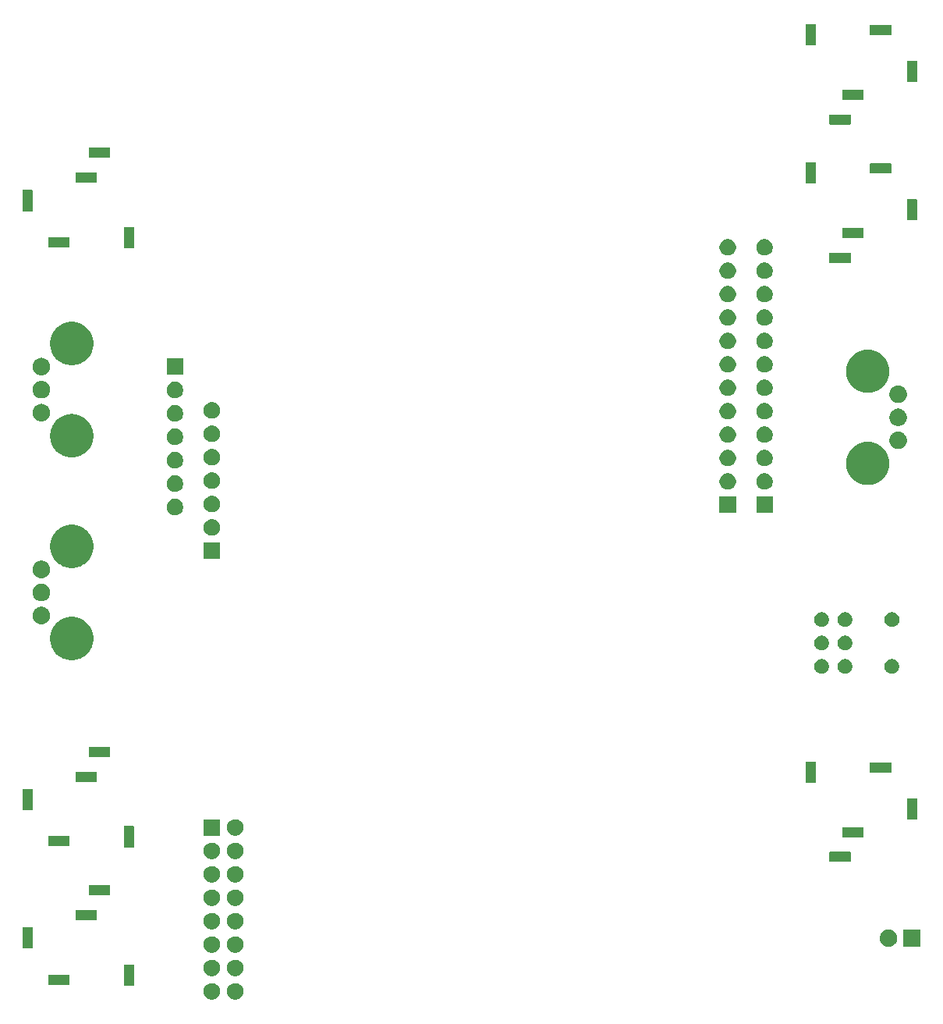
<source format=gbr>
G04 #@! TF.GenerationSoftware,KiCad,Pcbnew,9.0.0*
G04 #@! TF.CreationDate,2025-02-23T15:44:19-07:00*
G04 #@! TF.ProjectId,LFO,4c464f2e-6b69-4636-9164-5f7063625858,rev?*
G04 #@! TF.SameCoordinates,Original*
G04 #@! TF.FileFunction,Soldermask,Bot*
G04 #@! TF.FilePolarity,Negative*
%FSLAX46Y46*%
G04 Gerber Fmt 4.6, Leading zero omitted, Abs format (unit mm)*
G04 Created by KiCad (PCBNEW 9.0.0) date 2025-02-23 15:44:19*
%MOMM*%
%LPD*%
G01*
G04 APERTURE LIST*
G04 APERTURE END LIST*
G36*
X22261546Y-106917797D02*
G01*
X22424728Y-106985389D01*
X22571588Y-107083518D01*
X22696482Y-107208412D01*
X22794611Y-107355272D01*
X22862203Y-107518454D01*
X22896661Y-107691687D01*
X22896661Y-107868313D01*
X22862203Y-108041546D01*
X22794611Y-108204728D01*
X22696482Y-108351588D01*
X22571588Y-108476482D01*
X22424728Y-108574611D01*
X22261546Y-108642203D01*
X22088313Y-108676661D01*
X21911687Y-108676661D01*
X21738454Y-108642203D01*
X21575272Y-108574611D01*
X21428412Y-108476482D01*
X21303518Y-108351588D01*
X21205389Y-108204728D01*
X21137797Y-108041546D01*
X21103339Y-107868313D01*
X21103339Y-107691687D01*
X21137797Y-107518454D01*
X21205389Y-107355272D01*
X21303518Y-107208412D01*
X21428412Y-107083518D01*
X21575272Y-106985389D01*
X21738454Y-106917797D01*
X21911687Y-106883339D01*
X22088313Y-106883339D01*
X22261546Y-106917797D01*
G37*
G36*
X24801546Y-106917797D02*
G01*
X24964728Y-106985389D01*
X25111588Y-107083518D01*
X25236482Y-107208412D01*
X25334611Y-107355272D01*
X25402203Y-107518454D01*
X25436661Y-107691687D01*
X25436661Y-107868313D01*
X25402203Y-108041546D01*
X25334611Y-108204728D01*
X25236482Y-108351588D01*
X25111588Y-108476482D01*
X24964728Y-108574611D01*
X24801546Y-108642203D01*
X24628313Y-108676661D01*
X24451687Y-108676661D01*
X24278454Y-108642203D01*
X24115272Y-108574611D01*
X23968412Y-108476482D01*
X23843518Y-108351588D01*
X23745389Y-108204728D01*
X23677797Y-108041546D01*
X23643339Y-107868313D01*
X23643339Y-107691687D01*
X23677797Y-107518454D01*
X23745389Y-107355272D01*
X23843518Y-107208412D01*
X23968412Y-107083518D01*
X24115272Y-106985389D01*
X24278454Y-106917797D01*
X24451687Y-106883339D01*
X24628313Y-106883339D01*
X24801546Y-106917797D01*
G37*
G36*
X13519517Y-104852882D02*
G01*
X13536062Y-104863938D01*
X13547118Y-104880483D01*
X13551000Y-104900000D01*
X13551000Y-107100000D01*
X13547118Y-107119517D01*
X13536062Y-107136062D01*
X13519517Y-107147118D01*
X13500000Y-107151000D01*
X12500000Y-107151000D01*
X12480483Y-107147118D01*
X12463938Y-107136062D01*
X12452882Y-107119517D01*
X12449000Y-107100000D01*
X12449000Y-104900000D01*
X12452882Y-104880483D01*
X12463938Y-104863938D01*
X12480483Y-104852882D01*
X12500000Y-104849000D01*
X13500000Y-104849000D01*
X13519517Y-104852882D01*
G37*
G36*
X6519517Y-105952882D02*
G01*
X6536062Y-105963938D01*
X6547118Y-105980483D01*
X6551000Y-106000000D01*
X6551000Y-107000000D01*
X6547118Y-107019517D01*
X6536062Y-107036062D01*
X6519517Y-107047118D01*
X6500000Y-107051000D01*
X4300000Y-107051000D01*
X4280483Y-107047118D01*
X4263938Y-107036062D01*
X4252882Y-107019517D01*
X4249000Y-107000000D01*
X4249000Y-106000000D01*
X4252882Y-105980483D01*
X4263938Y-105963938D01*
X4280483Y-105952882D01*
X4300000Y-105949000D01*
X6500000Y-105949000D01*
X6519517Y-105952882D01*
G37*
G36*
X22261546Y-104377797D02*
G01*
X22424728Y-104445389D01*
X22571588Y-104543518D01*
X22696482Y-104668412D01*
X22794611Y-104815272D01*
X22862203Y-104978454D01*
X22896661Y-105151687D01*
X22896661Y-105328313D01*
X22862203Y-105501546D01*
X22794611Y-105664728D01*
X22696482Y-105811588D01*
X22571588Y-105936482D01*
X22424728Y-106034611D01*
X22261546Y-106102203D01*
X22088313Y-106136661D01*
X21911687Y-106136661D01*
X21738454Y-106102203D01*
X21575272Y-106034611D01*
X21428412Y-105936482D01*
X21303518Y-105811588D01*
X21205389Y-105664728D01*
X21137797Y-105501546D01*
X21103339Y-105328313D01*
X21103339Y-105151687D01*
X21137797Y-104978454D01*
X21205389Y-104815272D01*
X21303518Y-104668412D01*
X21428412Y-104543518D01*
X21575272Y-104445389D01*
X21738454Y-104377797D01*
X21911687Y-104343339D01*
X22088313Y-104343339D01*
X22261546Y-104377797D01*
G37*
G36*
X24801546Y-104377797D02*
G01*
X24964728Y-104445389D01*
X25111588Y-104543518D01*
X25236482Y-104668412D01*
X25334611Y-104815272D01*
X25402203Y-104978454D01*
X25436661Y-105151687D01*
X25436661Y-105328313D01*
X25402203Y-105501546D01*
X25334611Y-105664728D01*
X25236482Y-105811588D01*
X25111588Y-105936482D01*
X24964728Y-106034611D01*
X24801546Y-106102203D01*
X24628313Y-106136661D01*
X24451687Y-106136661D01*
X24278454Y-106102203D01*
X24115272Y-106034611D01*
X23968412Y-105936482D01*
X23843518Y-105811588D01*
X23745389Y-105664728D01*
X23677797Y-105501546D01*
X23643339Y-105328313D01*
X23643339Y-105151687D01*
X23677797Y-104978454D01*
X23745389Y-104815272D01*
X23843518Y-104668412D01*
X23968412Y-104543518D01*
X24115272Y-104445389D01*
X24278454Y-104377797D01*
X24451687Y-104343339D01*
X24628313Y-104343339D01*
X24801546Y-104377797D01*
G37*
G36*
X22261546Y-101837797D02*
G01*
X22424728Y-101905389D01*
X22571588Y-102003518D01*
X22696482Y-102128412D01*
X22794611Y-102275272D01*
X22862203Y-102438454D01*
X22896661Y-102611687D01*
X22896661Y-102788313D01*
X22862203Y-102961546D01*
X22794611Y-103124728D01*
X22696482Y-103271588D01*
X22571588Y-103396482D01*
X22424728Y-103494611D01*
X22261546Y-103562203D01*
X22088313Y-103596661D01*
X21911687Y-103596661D01*
X21738454Y-103562203D01*
X21575272Y-103494611D01*
X21428412Y-103396482D01*
X21303518Y-103271588D01*
X21205389Y-103124728D01*
X21137797Y-102961546D01*
X21103339Y-102788313D01*
X21103339Y-102611687D01*
X21137797Y-102438454D01*
X21205389Y-102275272D01*
X21303518Y-102128412D01*
X21428412Y-102003518D01*
X21575272Y-101905389D01*
X21738454Y-101837797D01*
X21911687Y-101803339D01*
X22088313Y-101803339D01*
X22261546Y-101837797D01*
G37*
G36*
X24801546Y-101837797D02*
G01*
X24964728Y-101905389D01*
X25111588Y-102003518D01*
X25236482Y-102128412D01*
X25334611Y-102275272D01*
X25402203Y-102438454D01*
X25436661Y-102611687D01*
X25436661Y-102788313D01*
X25402203Y-102961546D01*
X25334611Y-103124728D01*
X25236482Y-103271588D01*
X25111588Y-103396482D01*
X24964728Y-103494611D01*
X24801546Y-103562203D01*
X24628313Y-103596661D01*
X24451687Y-103596661D01*
X24278454Y-103562203D01*
X24115272Y-103494611D01*
X23968412Y-103396482D01*
X23843518Y-103271588D01*
X23745389Y-103124728D01*
X23677797Y-102961546D01*
X23643339Y-102788313D01*
X23643339Y-102611687D01*
X23677797Y-102438454D01*
X23745389Y-102275272D01*
X23843518Y-102128412D01*
X23968412Y-102003518D01*
X24115272Y-101905389D01*
X24278454Y-101837797D01*
X24451687Y-101803339D01*
X24628313Y-101803339D01*
X24801546Y-101837797D01*
G37*
G36*
X2519517Y-100852882D02*
G01*
X2536062Y-100863938D01*
X2547118Y-100880483D01*
X2551000Y-100900000D01*
X2551000Y-103100000D01*
X2547118Y-103119517D01*
X2536062Y-103136062D01*
X2519517Y-103147118D01*
X2500000Y-103151000D01*
X1500000Y-103151000D01*
X1480483Y-103147118D01*
X1463938Y-103136062D01*
X1452882Y-103119517D01*
X1449000Y-103100000D01*
X1449000Y-100900000D01*
X1452882Y-100880483D01*
X1463938Y-100863938D01*
X1480483Y-100852882D01*
X1500000Y-100849000D01*
X2500000Y-100849000D01*
X2519517Y-100852882D01*
G37*
G36*
X98919517Y-101052882D02*
G01*
X98936062Y-101063938D01*
X98947118Y-101080483D01*
X98951000Y-101100000D01*
X98951000Y-102900000D01*
X98947118Y-102919517D01*
X98936062Y-102936062D01*
X98919517Y-102947118D01*
X98900000Y-102951000D01*
X97100000Y-102951000D01*
X97080483Y-102947118D01*
X97063938Y-102936062D01*
X97052882Y-102919517D01*
X97049000Y-102900000D01*
X97049000Y-101100000D01*
X97052882Y-101080483D01*
X97063938Y-101063938D01*
X97080483Y-101052882D01*
X97100000Y-101049000D01*
X98900000Y-101049000D01*
X98919517Y-101052882D01*
G37*
G36*
X95542553Y-101053579D02*
G01*
X95553214Y-101053579D01*
X95594865Y-101061864D01*
X95681916Y-101075651D01*
X95709918Y-101084749D01*
X95736061Y-101089950D01*
X95772956Y-101105232D01*
X95823784Y-101121748D01*
X95871399Y-101146009D01*
X95908298Y-101161293D01*
X95930463Y-101176103D01*
X95956693Y-101189468D01*
X96027990Y-101241268D01*
X96063308Y-101264867D01*
X96070846Y-101272405D01*
X96077370Y-101277145D01*
X96182854Y-101382629D01*
X96187593Y-101389152D01*
X96195133Y-101396692D01*
X96218734Y-101432014D01*
X96270531Y-101503306D01*
X96283894Y-101529533D01*
X96298707Y-101551702D01*
X96313993Y-101588605D01*
X96338251Y-101636215D01*
X96354764Y-101687035D01*
X96370050Y-101723939D01*
X96375251Y-101750086D01*
X96384348Y-101778083D01*
X96398134Y-101865125D01*
X96406421Y-101906786D01*
X96406421Y-101917447D01*
X96407683Y-101925415D01*
X96407683Y-102074584D01*
X96406421Y-102082551D01*
X96406421Y-102093214D01*
X96398133Y-102134877D01*
X96384348Y-102221916D01*
X96375251Y-102249910D01*
X96370050Y-102276061D01*
X96354762Y-102312968D01*
X96338251Y-102363784D01*
X96313995Y-102411388D01*
X96298707Y-102448298D01*
X96283892Y-102470470D01*
X96270531Y-102496693D01*
X96218742Y-102567973D01*
X96195133Y-102603308D01*
X96187591Y-102610849D01*
X96182854Y-102617370D01*
X96077370Y-102722854D01*
X96070849Y-102727591D01*
X96063308Y-102735133D01*
X96027973Y-102758742D01*
X95956693Y-102810531D01*
X95930470Y-102823892D01*
X95908298Y-102838707D01*
X95871388Y-102853995D01*
X95823784Y-102878251D01*
X95772968Y-102894762D01*
X95736061Y-102910050D01*
X95709910Y-102915251D01*
X95681916Y-102924348D01*
X95594875Y-102938133D01*
X95553214Y-102946421D01*
X95542553Y-102946421D01*
X95534585Y-102947683D01*
X95385415Y-102947683D01*
X95377447Y-102946421D01*
X95366786Y-102946421D01*
X95325125Y-102938134D01*
X95238083Y-102924348D01*
X95210086Y-102915251D01*
X95183939Y-102910050D01*
X95147035Y-102894764D01*
X95096215Y-102878251D01*
X95048605Y-102853993D01*
X95011702Y-102838707D01*
X94989533Y-102823894D01*
X94963306Y-102810531D01*
X94892014Y-102758734D01*
X94856692Y-102735133D01*
X94849152Y-102727593D01*
X94842629Y-102722854D01*
X94737145Y-102617370D01*
X94732405Y-102610846D01*
X94724867Y-102603308D01*
X94701268Y-102567990D01*
X94649468Y-102496693D01*
X94636103Y-102470463D01*
X94621293Y-102448298D01*
X94606009Y-102411399D01*
X94581748Y-102363784D01*
X94565232Y-102312956D01*
X94549950Y-102276061D01*
X94544749Y-102249918D01*
X94535651Y-102221916D01*
X94521864Y-102134867D01*
X94513579Y-102093214D01*
X94513579Y-102082552D01*
X94512317Y-102074584D01*
X94512317Y-101925415D01*
X94513579Y-101917446D01*
X94513579Y-101906786D01*
X94521863Y-101865136D01*
X94535651Y-101778083D01*
X94544750Y-101750078D01*
X94549950Y-101723939D01*
X94565231Y-101687046D01*
X94581748Y-101636215D01*
X94606011Y-101588595D01*
X94621293Y-101551702D01*
X94636101Y-101529539D01*
X94649468Y-101503306D01*
X94701277Y-101431996D01*
X94724867Y-101396692D01*
X94732402Y-101389156D01*
X94737145Y-101382629D01*
X94842629Y-101277145D01*
X94849156Y-101272402D01*
X94856692Y-101264867D01*
X94891996Y-101241277D01*
X94963306Y-101189468D01*
X94989539Y-101176101D01*
X95011702Y-101161293D01*
X95048595Y-101146011D01*
X95096215Y-101121748D01*
X95147046Y-101105231D01*
X95183939Y-101089950D01*
X95210078Y-101084750D01*
X95238083Y-101075651D01*
X95325136Y-101061863D01*
X95366786Y-101053579D01*
X95377447Y-101053579D01*
X95385415Y-101052317D01*
X95534585Y-101052317D01*
X95542553Y-101053579D01*
G37*
G36*
X22261546Y-99297797D02*
G01*
X22424728Y-99365389D01*
X22571588Y-99463518D01*
X22696482Y-99588412D01*
X22794611Y-99735272D01*
X22862203Y-99898454D01*
X22896661Y-100071687D01*
X22896661Y-100248313D01*
X22862203Y-100421546D01*
X22794611Y-100584728D01*
X22696482Y-100731588D01*
X22571588Y-100856482D01*
X22424728Y-100954611D01*
X22261546Y-101022203D01*
X22088313Y-101056661D01*
X21911687Y-101056661D01*
X21738454Y-101022203D01*
X21575272Y-100954611D01*
X21428412Y-100856482D01*
X21303518Y-100731588D01*
X21205389Y-100584728D01*
X21137797Y-100421546D01*
X21103339Y-100248313D01*
X21103339Y-100071687D01*
X21137797Y-99898454D01*
X21205389Y-99735272D01*
X21303518Y-99588412D01*
X21428412Y-99463518D01*
X21575272Y-99365389D01*
X21738454Y-99297797D01*
X21911687Y-99263339D01*
X22088313Y-99263339D01*
X22261546Y-99297797D01*
G37*
G36*
X24801546Y-99297797D02*
G01*
X24964728Y-99365389D01*
X25111588Y-99463518D01*
X25236482Y-99588412D01*
X25334611Y-99735272D01*
X25402203Y-99898454D01*
X25436661Y-100071687D01*
X25436661Y-100248313D01*
X25402203Y-100421546D01*
X25334611Y-100584728D01*
X25236482Y-100731588D01*
X25111588Y-100856482D01*
X24964728Y-100954611D01*
X24801546Y-101022203D01*
X24628313Y-101056661D01*
X24451687Y-101056661D01*
X24278454Y-101022203D01*
X24115272Y-100954611D01*
X23968412Y-100856482D01*
X23843518Y-100731588D01*
X23745389Y-100584728D01*
X23677797Y-100421546D01*
X23643339Y-100248313D01*
X23643339Y-100071687D01*
X23677797Y-99898454D01*
X23745389Y-99735272D01*
X23843518Y-99588412D01*
X23968412Y-99463518D01*
X24115272Y-99365389D01*
X24278454Y-99297797D01*
X24451687Y-99263339D01*
X24628313Y-99263339D01*
X24801546Y-99297797D01*
G37*
G36*
X9519517Y-98952882D02*
G01*
X9536062Y-98963938D01*
X9547118Y-98980483D01*
X9551000Y-99000000D01*
X9551000Y-100000000D01*
X9547118Y-100019517D01*
X9536062Y-100036062D01*
X9519517Y-100047118D01*
X9500000Y-100051000D01*
X7300000Y-100051000D01*
X7280483Y-100047118D01*
X7263938Y-100036062D01*
X7252882Y-100019517D01*
X7249000Y-100000000D01*
X7249000Y-99000000D01*
X7252882Y-98980483D01*
X7263938Y-98963938D01*
X7280483Y-98952882D01*
X7300000Y-98949000D01*
X9500000Y-98949000D01*
X9519517Y-98952882D01*
G37*
G36*
X22261546Y-96757797D02*
G01*
X22424728Y-96825389D01*
X22571588Y-96923518D01*
X22696482Y-97048412D01*
X22794611Y-97195272D01*
X22862203Y-97358454D01*
X22896661Y-97531687D01*
X22896661Y-97708313D01*
X22862203Y-97881546D01*
X22794611Y-98044728D01*
X22696482Y-98191588D01*
X22571588Y-98316482D01*
X22424728Y-98414611D01*
X22261546Y-98482203D01*
X22088313Y-98516661D01*
X21911687Y-98516661D01*
X21738454Y-98482203D01*
X21575272Y-98414611D01*
X21428412Y-98316482D01*
X21303518Y-98191588D01*
X21205389Y-98044728D01*
X21137797Y-97881546D01*
X21103339Y-97708313D01*
X21103339Y-97531687D01*
X21137797Y-97358454D01*
X21205389Y-97195272D01*
X21303518Y-97048412D01*
X21428412Y-96923518D01*
X21575272Y-96825389D01*
X21738454Y-96757797D01*
X21911687Y-96723339D01*
X22088313Y-96723339D01*
X22261546Y-96757797D01*
G37*
G36*
X24801546Y-96757797D02*
G01*
X24964728Y-96825389D01*
X25111588Y-96923518D01*
X25236482Y-97048412D01*
X25334611Y-97195272D01*
X25402203Y-97358454D01*
X25436661Y-97531687D01*
X25436661Y-97708313D01*
X25402203Y-97881546D01*
X25334611Y-98044728D01*
X25236482Y-98191588D01*
X25111588Y-98316482D01*
X24964728Y-98414611D01*
X24801546Y-98482203D01*
X24628313Y-98516661D01*
X24451687Y-98516661D01*
X24278454Y-98482203D01*
X24115272Y-98414611D01*
X23968412Y-98316482D01*
X23843518Y-98191588D01*
X23745389Y-98044728D01*
X23677797Y-97881546D01*
X23643339Y-97708313D01*
X23643339Y-97531687D01*
X23677797Y-97358454D01*
X23745389Y-97195272D01*
X23843518Y-97048412D01*
X23968412Y-96923518D01*
X24115272Y-96825389D01*
X24278454Y-96757797D01*
X24451687Y-96723339D01*
X24628313Y-96723339D01*
X24801546Y-96757797D01*
G37*
G36*
X10919517Y-96252882D02*
G01*
X10936062Y-96263938D01*
X10947118Y-96280483D01*
X10951000Y-96300000D01*
X10951000Y-97300000D01*
X10947118Y-97319517D01*
X10936062Y-97336062D01*
X10919517Y-97347118D01*
X10900000Y-97351000D01*
X8700000Y-97351000D01*
X8680483Y-97347118D01*
X8663938Y-97336062D01*
X8652882Y-97319517D01*
X8649000Y-97300000D01*
X8649000Y-96300000D01*
X8652882Y-96280483D01*
X8663938Y-96263938D01*
X8680483Y-96252882D01*
X8700000Y-96249000D01*
X10900000Y-96249000D01*
X10919517Y-96252882D01*
G37*
G36*
X22261546Y-94217797D02*
G01*
X22424728Y-94285389D01*
X22571588Y-94383518D01*
X22696482Y-94508412D01*
X22794611Y-94655272D01*
X22862203Y-94818454D01*
X22896661Y-94991687D01*
X22896661Y-95168313D01*
X22862203Y-95341546D01*
X22794611Y-95504728D01*
X22696482Y-95651588D01*
X22571588Y-95776482D01*
X22424728Y-95874611D01*
X22261546Y-95942203D01*
X22088313Y-95976661D01*
X21911687Y-95976661D01*
X21738454Y-95942203D01*
X21575272Y-95874611D01*
X21428412Y-95776482D01*
X21303518Y-95651588D01*
X21205389Y-95504728D01*
X21137797Y-95341546D01*
X21103339Y-95168313D01*
X21103339Y-94991687D01*
X21137797Y-94818454D01*
X21205389Y-94655272D01*
X21303518Y-94508412D01*
X21428412Y-94383518D01*
X21575272Y-94285389D01*
X21738454Y-94217797D01*
X21911687Y-94183339D01*
X22088313Y-94183339D01*
X22261546Y-94217797D01*
G37*
G36*
X24801546Y-94217797D02*
G01*
X24964728Y-94285389D01*
X25111588Y-94383518D01*
X25236482Y-94508412D01*
X25334611Y-94655272D01*
X25402203Y-94818454D01*
X25436661Y-94991687D01*
X25436661Y-95168313D01*
X25402203Y-95341546D01*
X25334611Y-95504728D01*
X25236482Y-95651588D01*
X25111588Y-95776482D01*
X24964728Y-95874611D01*
X24801546Y-95942203D01*
X24628313Y-95976661D01*
X24451687Y-95976661D01*
X24278454Y-95942203D01*
X24115272Y-95874611D01*
X23968412Y-95776482D01*
X23843518Y-95651588D01*
X23745389Y-95504728D01*
X23677797Y-95341546D01*
X23643339Y-95168313D01*
X23643339Y-94991687D01*
X23677797Y-94818454D01*
X23745389Y-94655272D01*
X23843518Y-94508412D01*
X23968412Y-94383518D01*
X24115272Y-94285389D01*
X24278454Y-94217797D01*
X24451687Y-94183339D01*
X24628313Y-94183339D01*
X24801546Y-94217797D01*
G37*
G36*
X91319517Y-92652882D02*
G01*
X91336062Y-92663938D01*
X91347118Y-92680483D01*
X91351000Y-92700000D01*
X91351000Y-93700000D01*
X91347118Y-93719517D01*
X91336062Y-93736062D01*
X91319517Y-93747118D01*
X91300000Y-93751000D01*
X89100000Y-93751000D01*
X89080483Y-93747118D01*
X89063938Y-93736062D01*
X89052882Y-93719517D01*
X89049000Y-93700000D01*
X89049000Y-92700000D01*
X89052882Y-92680483D01*
X89063938Y-92663938D01*
X89080483Y-92652882D01*
X89100000Y-92649000D01*
X91300000Y-92649000D01*
X91319517Y-92652882D01*
G37*
G36*
X22261546Y-91677797D02*
G01*
X22424728Y-91745389D01*
X22571588Y-91843518D01*
X22696482Y-91968412D01*
X22794611Y-92115272D01*
X22862203Y-92278454D01*
X22896661Y-92451687D01*
X22896661Y-92628313D01*
X22862203Y-92801546D01*
X22794611Y-92964728D01*
X22696482Y-93111588D01*
X22571588Y-93236482D01*
X22424728Y-93334611D01*
X22261546Y-93402203D01*
X22088313Y-93436661D01*
X21911687Y-93436661D01*
X21738454Y-93402203D01*
X21575272Y-93334611D01*
X21428412Y-93236482D01*
X21303518Y-93111588D01*
X21205389Y-92964728D01*
X21137797Y-92801546D01*
X21103339Y-92628313D01*
X21103339Y-92451687D01*
X21137797Y-92278454D01*
X21205389Y-92115272D01*
X21303518Y-91968412D01*
X21428412Y-91843518D01*
X21575272Y-91745389D01*
X21738454Y-91677797D01*
X21911687Y-91643339D01*
X22088313Y-91643339D01*
X22261546Y-91677797D01*
G37*
G36*
X24801546Y-91677797D02*
G01*
X24964728Y-91745389D01*
X25111588Y-91843518D01*
X25236482Y-91968412D01*
X25334611Y-92115272D01*
X25402203Y-92278454D01*
X25436661Y-92451687D01*
X25436661Y-92628313D01*
X25402203Y-92801546D01*
X25334611Y-92964728D01*
X25236482Y-93111588D01*
X25111588Y-93236482D01*
X24964728Y-93334611D01*
X24801546Y-93402203D01*
X24628313Y-93436661D01*
X24451687Y-93436661D01*
X24278454Y-93402203D01*
X24115272Y-93334611D01*
X23968412Y-93236482D01*
X23843518Y-93111588D01*
X23745389Y-92964728D01*
X23677797Y-92801546D01*
X23643339Y-92628313D01*
X23643339Y-92451687D01*
X23677797Y-92278454D01*
X23745389Y-92115272D01*
X23843518Y-91968412D01*
X23968412Y-91843518D01*
X24115272Y-91745389D01*
X24278454Y-91677797D01*
X24451687Y-91643339D01*
X24628313Y-91643339D01*
X24801546Y-91677797D01*
G37*
G36*
X13519517Y-89852882D02*
G01*
X13536062Y-89863938D01*
X13547118Y-89880483D01*
X13551000Y-89900000D01*
X13551000Y-92100000D01*
X13547118Y-92119517D01*
X13536062Y-92136062D01*
X13519517Y-92147118D01*
X13500000Y-92151000D01*
X12500000Y-92151000D01*
X12480483Y-92147118D01*
X12463938Y-92136062D01*
X12452882Y-92119517D01*
X12449000Y-92100000D01*
X12449000Y-89900000D01*
X12452882Y-89880483D01*
X12463938Y-89863938D01*
X12480483Y-89852882D01*
X12500000Y-89849000D01*
X13500000Y-89849000D01*
X13519517Y-89852882D01*
G37*
G36*
X6519517Y-90952882D02*
G01*
X6536062Y-90963938D01*
X6547118Y-90980483D01*
X6551000Y-91000000D01*
X6551000Y-92000000D01*
X6547118Y-92019517D01*
X6536062Y-92036062D01*
X6519517Y-92047118D01*
X6500000Y-92051000D01*
X4300000Y-92051000D01*
X4280483Y-92047118D01*
X4263938Y-92036062D01*
X4252882Y-92019517D01*
X4249000Y-92000000D01*
X4249000Y-91000000D01*
X4252882Y-90980483D01*
X4263938Y-90963938D01*
X4280483Y-90952882D01*
X4300000Y-90949000D01*
X6500000Y-90949000D01*
X6519517Y-90952882D01*
G37*
G36*
X92719517Y-89952882D02*
G01*
X92736062Y-89963938D01*
X92747118Y-89980483D01*
X92751000Y-90000000D01*
X92751000Y-91000000D01*
X92747118Y-91019517D01*
X92736062Y-91036062D01*
X92719517Y-91047118D01*
X92700000Y-91051000D01*
X90500000Y-91051000D01*
X90480483Y-91047118D01*
X90463938Y-91036062D01*
X90452882Y-91019517D01*
X90449000Y-91000000D01*
X90449000Y-90000000D01*
X90452882Y-89980483D01*
X90463938Y-89963938D01*
X90480483Y-89952882D01*
X90500000Y-89949000D01*
X92700000Y-89949000D01*
X92719517Y-89952882D01*
G37*
G36*
X22869517Y-89102882D02*
G01*
X22886062Y-89113938D01*
X22897118Y-89130483D01*
X22901000Y-89150000D01*
X22901000Y-90850000D01*
X22897118Y-90869517D01*
X22886062Y-90886062D01*
X22869517Y-90897118D01*
X22850000Y-90901000D01*
X21150000Y-90901000D01*
X21130483Y-90897118D01*
X21113938Y-90886062D01*
X21102882Y-90869517D01*
X21099000Y-90850000D01*
X21099000Y-89150000D01*
X21102882Y-89130483D01*
X21113938Y-89113938D01*
X21130483Y-89102882D01*
X21150000Y-89099000D01*
X22850000Y-89099000D01*
X22869517Y-89102882D01*
G37*
G36*
X24801546Y-89137797D02*
G01*
X24964728Y-89205389D01*
X25111588Y-89303518D01*
X25236482Y-89428412D01*
X25334611Y-89575272D01*
X25402203Y-89738454D01*
X25436661Y-89911687D01*
X25436661Y-90088313D01*
X25402203Y-90261546D01*
X25334611Y-90424728D01*
X25236482Y-90571588D01*
X25111588Y-90696482D01*
X24964728Y-90794611D01*
X24801546Y-90862203D01*
X24628313Y-90896661D01*
X24451687Y-90896661D01*
X24278454Y-90862203D01*
X24115272Y-90794611D01*
X23968412Y-90696482D01*
X23843518Y-90571588D01*
X23745389Y-90424728D01*
X23677797Y-90261546D01*
X23643339Y-90088313D01*
X23643339Y-89911687D01*
X23677797Y-89738454D01*
X23745389Y-89575272D01*
X23843518Y-89428412D01*
X23968412Y-89303518D01*
X24115272Y-89205389D01*
X24278454Y-89137797D01*
X24451687Y-89103339D01*
X24628313Y-89103339D01*
X24801546Y-89137797D01*
G37*
G36*
X98519517Y-86852882D02*
G01*
X98536062Y-86863938D01*
X98547118Y-86880483D01*
X98551000Y-86900000D01*
X98551000Y-89100000D01*
X98547118Y-89119517D01*
X98536062Y-89136062D01*
X98519517Y-89147118D01*
X98500000Y-89151000D01*
X97500000Y-89151000D01*
X97480483Y-89147118D01*
X97463938Y-89136062D01*
X97452882Y-89119517D01*
X97449000Y-89100000D01*
X97449000Y-86900000D01*
X97452882Y-86880483D01*
X97463938Y-86863938D01*
X97480483Y-86852882D01*
X97500000Y-86849000D01*
X98500000Y-86849000D01*
X98519517Y-86852882D01*
G37*
G36*
X2519517Y-85852882D02*
G01*
X2536062Y-85863938D01*
X2547118Y-85880483D01*
X2551000Y-85900000D01*
X2551000Y-88100000D01*
X2547118Y-88119517D01*
X2536062Y-88136062D01*
X2519517Y-88147118D01*
X2500000Y-88151000D01*
X1500000Y-88151000D01*
X1480483Y-88147118D01*
X1463938Y-88136062D01*
X1452882Y-88119517D01*
X1449000Y-88100000D01*
X1449000Y-85900000D01*
X1452882Y-85880483D01*
X1463938Y-85863938D01*
X1480483Y-85852882D01*
X1500000Y-85849000D01*
X2500000Y-85849000D01*
X2519517Y-85852882D01*
G37*
G36*
X87519517Y-82852882D02*
G01*
X87536062Y-82863938D01*
X87547118Y-82880483D01*
X87551000Y-82900000D01*
X87551000Y-85100000D01*
X87547118Y-85119517D01*
X87536062Y-85136062D01*
X87519517Y-85147118D01*
X87500000Y-85151000D01*
X86500000Y-85151000D01*
X86480483Y-85147118D01*
X86463938Y-85136062D01*
X86452882Y-85119517D01*
X86449000Y-85100000D01*
X86449000Y-82900000D01*
X86452882Y-82880483D01*
X86463938Y-82863938D01*
X86480483Y-82852882D01*
X86500000Y-82849000D01*
X87500000Y-82849000D01*
X87519517Y-82852882D01*
G37*
G36*
X9519517Y-83952882D02*
G01*
X9536062Y-83963938D01*
X9547118Y-83980483D01*
X9551000Y-84000000D01*
X9551000Y-85000000D01*
X9547118Y-85019517D01*
X9536062Y-85036062D01*
X9519517Y-85047118D01*
X9500000Y-85051000D01*
X7300000Y-85051000D01*
X7280483Y-85047118D01*
X7263938Y-85036062D01*
X7252882Y-85019517D01*
X7249000Y-85000000D01*
X7249000Y-84000000D01*
X7252882Y-83980483D01*
X7263938Y-83963938D01*
X7280483Y-83952882D01*
X7300000Y-83949000D01*
X9500000Y-83949000D01*
X9519517Y-83952882D01*
G37*
G36*
X95719517Y-82952882D02*
G01*
X95736062Y-82963938D01*
X95747118Y-82980483D01*
X95751000Y-83000000D01*
X95751000Y-84000000D01*
X95747118Y-84019517D01*
X95736062Y-84036062D01*
X95719517Y-84047118D01*
X95700000Y-84051000D01*
X93500000Y-84051000D01*
X93480483Y-84047118D01*
X93463938Y-84036062D01*
X93452882Y-84019517D01*
X93449000Y-84000000D01*
X93449000Y-83000000D01*
X93452882Y-82980483D01*
X93463938Y-82963938D01*
X93480483Y-82952882D01*
X93500000Y-82949000D01*
X95700000Y-82949000D01*
X95719517Y-82952882D01*
G37*
G36*
X10919517Y-81252882D02*
G01*
X10936062Y-81263938D01*
X10947118Y-81280483D01*
X10951000Y-81300000D01*
X10951000Y-82300000D01*
X10947118Y-82319517D01*
X10936062Y-82336062D01*
X10919517Y-82347118D01*
X10900000Y-82351000D01*
X8700000Y-82351000D01*
X8680483Y-82347118D01*
X8663938Y-82336062D01*
X8652882Y-82319517D01*
X8649000Y-82300000D01*
X8649000Y-81300000D01*
X8652882Y-81280483D01*
X8663938Y-81263938D01*
X8680483Y-81252882D01*
X8700000Y-81249000D01*
X10900000Y-81249000D01*
X10919517Y-81252882D01*
G37*
G36*
X88426001Y-71762008D02*
G01*
X88573246Y-71822998D01*
X88705762Y-71911543D01*
X88818457Y-72024238D01*
X88907002Y-72156754D01*
X88967992Y-72303999D01*
X88999085Y-72460312D01*
X88999085Y-72619688D01*
X88967992Y-72776001D01*
X88907002Y-72923246D01*
X88818457Y-73055762D01*
X88705762Y-73168457D01*
X88573246Y-73257002D01*
X88426001Y-73317992D01*
X88269688Y-73349085D01*
X88110312Y-73349085D01*
X87953999Y-73317992D01*
X87806754Y-73257002D01*
X87674238Y-73168457D01*
X87561543Y-73055762D01*
X87472998Y-72923246D01*
X87412008Y-72776001D01*
X87380915Y-72619688D01*
X87380915Y-72460312D01*
X87412008Y-72303999D01*
X87472998Y-72156754D01*
X87561543Y-72024238D01*
X87674238Y-71911543D01*
X87806754Y-71822998D01*
X87953999Y-71762008D01*
X88110312Y-71730915D01*
X88269688Y-71730915D01*
X88426001Y-71762008D01*
G37*
G36*
X90966001Y-71762008D02*
G01*
X91113246Y-71822998D01*
X91245762Y-71911543D01*
X91358457Y-72024238D01*
X91447002Y-72156754D01*
X91507992Y-72303999D01*
X91539085Y-72460312D01*
X91539085Y-72619688D01*
X91507992Y-72776001D01*
X91447002Y-72923246D01*
X91358457Y-73055762D01*
X91245762Y-73168457D01*
X91113246Y-73257002D01*
X90966001Y-73317992D01*
X90809688Y-73349085D01*
X90650312Y-73349085D01*
X90493999Y-73317992D01*
X90346754Y-73257002D01*
X90214238Y-73168457D01*
X90101543Y-73055762D01*
X90012998Y-72923246D01*
X89952008Y-72776001D01*
X89920915Y-72619688D01*
X89920915Y-72460312D01*
X89952008Y-72303999D01*
X90012998Y-72156754D01*
X90101543Y-72024238D01*
X90214238Y-71911543D01*
X90346754Y-71822998D01*
X90493999Y-71762008D01*
X90650312Y-71730915D01*
X90809688Y-71730915D01*
X90966001Y-71762008D01*
G37*
G36*
X96046001Y-71762008D02*
G01*
X96193246Y-71822998D01*
X96325762Y-71911543D01*
X96438457Y-72024238D01*
X96527002Y-72156754D01*
X96587992Y-72303999D01*
X96619085Y-72460312D01*
X96619085Y-72619688D01*
X96587992Y-72776001D01*
X96527002Y-72923246D01*
X96438457Y-73055762D01*
X96325762Y-73168457D01*
X96193246Y-73257002D01*
X96046001Y-73317992D01*
X95889688Y-73349085D01*
X95730312Y-73349085D01*
X95573999Y-73317992D01*
X95426754Y-73257002D01*
X95294238Y-73168457D01*
X95181543Y-73055762D01*
X95092998Y-72923246D01*
X95032008Y-72776001D01*
X95000915Y-72619688D01*
X95000915Y-72460312D01*
X95032008Y-72303999D01*
X95092998Y-72156754D01*
X95181543Y-72024238D01*
X95294238Y-71911543D01*
X95426754Y-71822998D01*
X95573999Y-71762008D01*
X95730312Y-71730915D01*
X95889688Y-71730915D01*
X96046001Y-71762008D01*
G37*
G36*
X6941920Y-67154034D02*
G01*
X6953763Y-67154034D01*
X7024053Y-67163287D01*
X7193772Y-67182410D01*
X7227124Y-67190022D01*
X7258657Y-67194174D01*
X7335379Y-67214731D01*
X7450782Y-67241072D01*
X7506678Y-67260630D01*
X7555704Y-67273767D01*
X7618194Y-67299651D01*
X7699617Y-67328142D01*
X7777336Y-67365569D01*
X7839821Y-67391452D01*
X7883773Y-67416827D01*
X7937125Y-67442521D01*
X8037338Y-67505489D01*
X8106146Y-67545215D01*
X8131386Y-67564582D01*
X8160341Y-67582776D01*
X8293832Y-67689232D01*
X8350122Y-67732425D01*
X8358501Y-67740804D01*
X8366446Y-67747140D01*
X8552859Y-67933553D01*
X8559194Y-67941497D01*
X8567575Y-67949878D01*
X8610772Y-68006174D01*
X8717223Y-68139658D01*
X8735415Y-68168610D01*
X8754785Y-68193854D01*
X8794515Y-68262668D01*
X8857478Y-68362874D01*
X8883168Y-68416221D01*
X8908548Y-68460179D01*
X8934433Y-68522671D01*
X8971857Y-68600382D01*
X9000344Y-68681795D01*
X9026233Y-68744296D01*
X9039371Y-68793329D01*
X9058927Y-68849217D01*
X9085263Y-68964600D01*
X9105826Y-69041343D01*
X9109978Y-69072883D01*
X9117589Y-69106227D01*
X9136709Y-69275929D01*
X9145966Y-69346237D01*
X9145966Y-69358080D01*
X9147105Y-69368189D01*
X9147105Y-69631810D01*
X9145966Y-69641918D01*
X9145966Y-69653763D01*
X9136709Y-69724076D01*
X9117589Y-69893772D01*
X9109978Y-69927114D01*
X9105826Y-69958657D01*
X9085261Y-70035405D01*
X9058927Y-70150782D01*
X9039372Y-70206665D01*
X9026233Y-70255704D01*
X9000342Y-70318210D01*
X8971857Y-70399617D01*
X8934436Y-70477321D01*
X8908548Y-70539821D01*
X8883166Y-70583783D01*
X8857478Y-70637125D01*
X8794522Y-70737319D01*
X8754785Y-70806146D01*
X8735411Y-70831393D01*
X8717223Y-70860341D01*
X8610793Y-70993799D01*
X8567575Y-71050122D01*
X8559190Y-71058506D01*
X8552859Y-71066446D01*
X8366446Y-71252859D01*
X8358506Y-71259190D01*
X8350122Y-71267575D01*
X8293799Y-71310793D01*
X8160341Y-71417223D01*
X8131393Y-71435411D01*
X8106146Y-71454785D01*
X8037319Y-71494522D01*
X7937125Y-71557478D01*
X7883783Y-71583166D01*
X7839821Y-71608548D01*
X7777321Y-71634436D01*
X7699617Y-71671857D01*
X7618210Y-71700342D01*
X7555704Y-71726233D01*
X7506665Y-71739372D01*
X7450782Y-71758927D01*
X7335405Y-71785261D01*
X7258657Y-71805826D01*
X7227114Y-71809978D01*
X7193772Y-71817589D01*
X7024072Y-71836709D01*
X6953763Y-71845966D01*
X6941920Y-71845966D01*
X6931811Y-71847105D01*
X6668189Y-71847105D01*
X6658080Y-71845966D01*
X6646237Y-71845966D01*
X6575929Y-71836709D01*
X6406227Y-71817589D01*
X6372883Y-71809978D01*
X6341343Y-71805826D01*
X6264600Y-71785263D01*
X6149217Y-71758927D01*
X6093329Y-71739371D01*
X6044296Y-71726233D01*
X5981795Y-71700344D01*
X5900382Y-71671857D01*
X5822671Y-71634433D01*
X5760179Y-71608548D01*
X5716221Y-71583168D01*
X5662874Y-71557478D01*
X5562668Y-71494515D01*
X5493854Y-71454785D01*
X5468610Y-71435415D01*
X5439658Y-71417223D01*
X5306174Y-71310772D01*
X5249878Y-71267575D01*
X5241497Y-71259194D01*
X5233553Y-71252859D01*
X5047140Y-71066446D01*
X5040804Y-71058501D01*
X5032425Y-71050122D01*
X4989232Y-70993832D01*
X4882776Y-70860341D01*
X4864582Y-70831386D01*
X4845215Y-70806146D01*
X4805489Y-70737338D01*
X4742521Y-70637125D01*
X4716827Y-70583773D01*
X4691452Y-70539821D01*
X4665569Y-70477336D01*
X4628142Y-70399617D01*
X4599651Y-70318194D01*
X4573767Y-70255704D01*
X4560630Y-70206678D01*
X4541072Y-70150782D01*
X4514731Y-70035379D01*
X4494174Y-69958657D01*
X4490022Y-69927124D01*
X4482410Y-69893772D01*
X4463288Y-69724057D01*
X4454034Y-69653763D01*
X4454034Y-69641919D01*
X4452895Y-69631810D01*
X4452895Y-69368189D01*
X4454034Y-69358079D01*
X4454034Y-69346237D01*
X4463287Y-69275948D01*
X4482410Y-69106227D01*
X4490023Y-69072872D01*
X4494174Y-69041343D01*
X4514730Y-68964625D01*
X4541072Y-68849217D01*
X4560631Y-68793317D01*
X4573767Y-68744296D01*
X4599649Y-68681810D01*
X4628142Y-68600382D01*
X4665572Y-68522656D01*
X4691452Y-68460179D01*
X4716825Y-68416231D01*
X4742521Y-68362874D01*
X4805496Y-68262648D01*
X4845215Y-68193854D01*
X4864579Y-68168617D01*
X4882776Y-68139658D01*
X4989252Y-68006141D01*
X5032425Y-67949878D01*
X5040800Y-67941502D01*
X5047140Y-67933553D01*
X5233553Y-67747140D01*
X5241502Y-67740800D01*
X5249878Y-67732425D01*
X5306141Y-67689252D01*
X5439658Y-67582776D01*
X5468617Y-67564579D01*
X5493854Y-67545215D01*
X5562648Y-67505496D01*
X5662874Y-67442521D01*
X5716231Y-67416825D01*
X5760179Y-67391452D01*
X5822656Y-67365572D01*
X5900382Y-67328142D01*
X5981810Y-67299649D01*
X6044296Y-67273767D01*
X6093317Y-67260631D01*
X6149217Y-67241072D01*
X6264625Y-67214730D01*
X6341343Y-67194174D01*
X6372872Y-67190023D01*
X6406227Y-67182410D01*
X6575948Y-67163287D01*
X6646237Y-67154034D01*
X6658080Y-67154034D01*
X6668189Y-67152895D01*
X6931811Y-67152895D01*
X6941920Y-67154034D01*
G37*
G36*
X88426001Y-69222008D02*
G01*
X88573246Y-69282998D01*
X88705762Y-69371543D01*
X88818457Y-69484238D01*
X88907002Y-69616754D01*
X88967992Y-69763999D01*
X88999085Y-69920312D01*
X88999085Y-70079688D01*
X88967992Y-70236001D01*
X88907002Y-70383246D01*
X88818457Y-70515762D01*
X88705762Y-70628457D01*
X88573246Y-70717002D01*
X88426001Y-70777992D01*
X88269688Y-70809085D01*
X88110312Y-70809085D01*
X87953999Y-70777992D01*
X87806754Y-70717002D01*
X87674238Y-70628457D01*
X87561543Y-70515762D01*
X87472998Y-70383246D01*
X87412008Y-70236001D01*
X87380915Y-70079688D01*
X87380915Y-69920312D01*
X87412008Y-69763999D01*
X87472998Y-69616754D01*
X87561543Y-69484238D01*
X87674238Y-69371543D01*
X87806754Y-69282998D01*
X87953999Y-69222008D01*
X88110312Y-69190915D01*
X88269688Y-69190915D01*
X88426001Y-69222008D01*
G37*
G36*
X90966001Y-69222008D02*
G01*
X91113246Y-69282998D01*
X91245762Y-69371543D01*
X91358457Y-69484238D01*
X91447002Y-69616754D01*
X91507992Y-69763999D01*
X91539085Y-69920312D01*
X91539085Y-70079688D01*
X91507992Y-70236001D01*
X91447002Y-70383246D01*
X91358457Y-70515762D01*
X91245762Y-70628457D01*
X91113246Y-70717002D01*
X90966001Y-70777992D01*
X90809688Y-70809085D01*
X90650312Y-70809085D01*
X90493999Y-70777992D01*
X90346754Y-70717002D01*
X90214238Y-70628457D01*
X90101543Y-70515762D01*
X90012998Y-70383246D01*
X89952008Y-70236001D01*
X89920915Y-70079688D01*
X89920915Y-69920312D01*
X89952008Y-69763999D01*
X90012998Y-69616754D01*
X90101543Y-69484238D01*
X90214238Y-69371543D01*
X90346754Y-69282998D01*
X90493999Y-69222008D01*
X90650312Y-69190915D01*
X90809688Y-69190915D01*
X90966001Y-69222008D01*
G37*
G36*
X88426001Y-66682008D02*
G01*
X88573246Y-66742998D01*
X88705762Y-66831543D01*
X88818457Y-66944238D01*
X88907002Y-67076754D01*
X88967992Y-67223999D01*
X88999085Y-67380312D01*
X88999085Y-67539688D01*
X88967992Y-67696001D01*
X88907002Y-67843246D01*
X88818457Y-67975762D01*
X88705762Y-68088457D01*
X88573246Y-68177002D01*
X88426001Y-68237992D01*
X88269688Y-68269085D01*
X88110312Y-68269085D01*
X87953999Y-68237992D01*
X87806754Y-68177002D01*
X87674238Y-68088457D01*
X87561543Y-67975762D01*
X87472998Y-67843246D01*
X87412008Y-67696001D01*
X87380915Y-67539688D01*
X87380915Y-67380312D01*
X87412008Y-67223999D01*
X87472998Y-67076754D01*
X87561543Y-66944238D01*
X87674238Y-66831543D01*
X87806754Y-66742998D01*
X87953999Y-66682008D01*
X88110312Y-66650915D01*
X88269688Y-66650915D01*
X88426001Y-66682008D01*
G37*
G36*
X90966001Y-66682008D02*
G01*
X91113246Y-66742998D01*
X91245762Y-66831543D01*
X91358457Y-66944238D01*
X91447002Y-67076754D01*
X91507992Y-67223999D01*
X91539085Y-67380312D01*
X91539085Y-67539688D01*
X91507992Y-67696001D01*
X91447002Y-67843246D01*
X91358457Y-67975762D01*
X91245762Y-68088457D01*
X91113246Y-68177002D01*
X90966001Y-68237992D01*
X90809688Y-68269085D01*
X90650312Y-68269085D01*
X90493999Y-68237992D01*
X90346754Y-68177002D01*
X90214238Y-68088457D01*
X90101543Y-67975762D01*
X90012998Y-67843246D01*
X89952008Y-67696001D01*
X89920915Y-67539688D01*
X89920915Y-67380312D01*
X89952008Y-67223999D01*
X90012998Y-67076754D01*
X90101543Y-66944238D01*
X90214238Y-66831543D01*
X90346754Y-66742998D01*
X90493999Y-66682008D01*
X90650312Y-66650915D01*
X90809688Y-66650915D01*
X90966001Y-66682008D01*
G37*
G36*
X96076001Y-66682008D02*
G01*
X96223246Y-66742998D01*
X96355762Y-66831543D01*
X96468457Y-66944238D01*
X96557002Y-67076754D01*
X96617992Y-67223999D01*
X96649085Y-67380312D01*
X96649085Y-67539688D01*
X96617992Y-67696001D01*
X96557002Y-67843246D01*
X96468457Y-67975762D01*
X96355762Y-68088457D01*
X96223246Y-68177002D01*
X96076001Y-68237992D01*
X95919688Y-68269085D01*
X95760312Y-68269085D01*
X95603999Y-68237992D01*
X95456754Y-68177002D01*
X95324238Y-68088457D01*
X95211543Y-67975762D01*
X95122998Y-67843246D01*
X95062008Y-67696001D01*
X95030915Y-67539688D01*
X95030915Y-67380312D01*
X95062008Y-67223999D01*
X95122998Y-67076754D01*
X95211543Y-66944238D01*
X95324238Y-66831543D01*
X95456754Y-66742998D01*
X95603999Y-66682008D01*
X95760312Y-66650915D01*
X95919688Y-66650915D01*
X96076001Y-66682008D01*
G37*
G36*
X3582553Y-66053579D02*
G01*
X3593214Y-66053579D01*
X3634865Y-66061864D01*
X3721916Y-66075651D01*
X3749918Y-66084749D01*
X3776061Y-66089950D01*
X3812956Y-66105232D01*
X3863784Y-66121748D01*
X3911399Y-66146009D01*
X3948298Y-66161293D01*
X3970463Y-66176103D01*
X3996693Y-66189468D01*
X4067990Y-66241268D01*
X4103308Y-66264867D01*
X4110846Y-66272405D01*
X4117370Y-66277145D01*
X4222854Y-66382629D01*
X4227593Y-66389152D01*
X4235133Y-66396692D01*
X4258734Y-66432014D01*
X4310531Y-66503306D01*
X4323894Y-66529533D01*
X4338707Y-66551702D01*
X4353993Y-66588605D01*
X4378251Y-66636215D01*
X4394764Y-66687035D01*
X4410050Y-66723939D01*
X4415251Y-66750086D01*
X4424348Y-66778083D01*
X4438134Y-66865125D01*
X4446421Y-66906786D01*
X4446421Y-66917447D01*
X4447683Y-66925415D01*
X4447683Y-67074584D01*
X4446421Y-67082551D01*
X4446421Y-67093214D01*
X4438133Y-67134877D01*
X4424348Y-67221916D01*
X4415251Y-67249910D01*
X4410050Y-67276061D01*
X4394762Y-67312968D01*
X4378251Y-67363784D01*
X4353995Y-67411388D01*
X4338707Y-67448298D01*
X4323892Y-67470470D01*
X4310531Y-67496693D01*
X4258742Y-67567973D01*
X4235133Y-67603308D01*
X4227591Y-67610849D01*
X4222854Y-67617370D01*
X4117370Y-67722854D01*
X4110849Y-67727591D01*
X4103308Y-67735133D01*
X4067973Y-67758742D01*
X3996693Y-67810531D01*
X3970470Y-67823892D01*
X3948298Y-67838707D01*
X3911388Y-67853995D01*
X3863784Y-67878251D01*
X3812968Y-67894762D01*
X3776061Y-67910050D01*
X3749910Y-67915251D01*
X3721916Y-67924348D01*
X3634875Y-67938133D01*
X3593214Y-67946421D01*
X3582553Y-67946421D01*
X3574585Y-67947683D01*
X3425415Y-67947683D01*
X3417447Y-67946421D01*
X3406786Y-67946421D01*
X3365125Y-67938134D01*
X3278083Y-67924348D01*
X3250086Y-67915251D01*
X3223939Y-67910050D01*
X3187035Y-67894764D01*
X3136215Y-67878251D01*
X3088605Y-67853993D01*
X3051702Y-67838707D01*
X3029533Y-67823894D01*
X3003306Y-67810531D01*
X2932014Y-67758734D01*
X2896692Y-67735133D01*
X2889152Y-67727593D01*
X2882629Y-67722854D01*
X2777145Y-67617370D01*
X2772405Y-67610846D01*
X2764867Y-67603308D01*
X2741268Y-67567990D01*
X2689468Y-67496693D01*
X2676103Y-67470463D01*
X2661293Y-67448298D01*
X2646009Y-67411399D01*
X2621748Y-67363784D01*
X2605232Y-67312956D01*
X2589950Y-67276061D01*
X2584749Y-67249918D01*
X2575651Y-67221916D01*
X2561864Y-67134867D01*
X2553579Y-67093214D01*
X2553579Y-67082552D01*
X2552317Y-67074584D01*
X2552317Y-66925415D01*
X2553579Y-66917446D01*
X2553579Y-66906786D01*
X2561863Y-66865136D01*
X2575651Y-66778083D01*
X2584750Y-66750078D01*
X2589950Y-66723939D01*
X2605231Y-66687046D01*
X2621748Y-66636215D01*
X2646011Y-66588595D01*
X2661293Y-66551702D01*
X2676101Y-66529539D01*
X2689468Y-66503306D01*
X2741277Y-66431996D01*
X2764867Y-66396692D01*
X2772402Y-66389156D01*
X2777145Y-66382629D01*
X2882629Y-66277145D01*
X2889156Y-66272402D01*
X2896692Y-66264867D01*
X2931996Y-66241277D01*
X3003306Y-66189468D01*
X3029539Y-66176101D01*
X3051702Y-66161293D01*
X3088595Y-66146011D01*
X3136215Y-66121748D01*
X3187046Y-66105231D01*
X3223939Y-66089950D01*
X3250078Y-66084750D01*
X3278083Y-66075651D01*
X3365136Y-66061863D01*
X3406786Y-66053579D01*
X3417447Y-66053579D01*
X3425415Y-66052317D01*
X3574585Y-66052317D01*
X3582553Y-66053579D01*
G37*
G36*
X3582553Y-63553579D02*
G01*
X3593214Y-63553579D01*
X3634865Y-63561864D01*
X3721916Y-63575651D01*
X3749918Y-63584749D01*
X3776061Y-63589950D01*
X3812956Y-63605232D01*
X3863784Y-63621748D01*
X3911399Y-63646009D01*
X3948298Y-63661293D01*
X3970463Y-63676103D01*
X3996693Y-63689468D01*
X4067990Y-63741268D01*
X4103308Y-63764867D01*
X4110846Y-63772405D01*
X4117370Y-63777145D01*
X4222854Y-63882629D01*
X4227593Y-63889152D01*
X4235133Y-63896692D01*
X4258734Y-63932014D01*
X4310531Y-64003306D01*
X4323894Y-64029533D01*
X4338707Y-64051702D01*
X4353993Y-64088605D01*
X4378251Y-64136215D01*
X4394764Y-64187035D01*
X4410050Y-64223939D01*
X4415251Y-64250086D01*
X4424348Y-64278083D01*
X4438134Y-64365125D01*
X4446421Y-64406786D01*
X4446421Y-64417447D01*
X4447683Y-64425415D01*
X4447683Y-64574584D01*
X4446421Y-64582551D01*
X4446421Y-64593214D01*
X4438133Y-64634877D01*
X4424348Y-64721916D01*
X4415251Y-64749910D01*
X4410050Y-64776061D01*
X4394762Y-64812968D01*
X4378251Y-64863784D01*
X4353995Y-64911388D01*
X4338707Y-64948298D01*
X4323892Y-64970470D01*
X4310531Y-64996693D01*
X4258742Y-65067973D01*
X4235133Y-65103308D01*
X4227591Y-65110849D01*
X4222854Y-65117370D01*
X4117370Y-65222854D01*
X4110849Y-65227591D01*
X4103308Y-65235133D01*
X4067973Y-65258742D01*
X3996693Y-65310531D01*
X3970470Y-65323892D01*
X3948298Y-65338707D01*
X3911388Y-65353995D01*
X3863784Y-65378251D01*
X3812968Y-65394762D01*
X3776061Y-65410050D01*
X3749910Y-65415251D01*
X3721916Y-65424348D01*
X3634875Y-65438133D01*
X3593214Y-65446421D01*
X3582553Y-65446421D01*
X3574585Y-65447683D01*
X3425415Y-65447683D01*
X3417447Y-65446421D01*
X3406786Y-65446421D01*
X3365125Y-65438134D01*
X3278083Y-65424348D01*
X3250086Y-65415251D01*
X3223939Y-65410050D01*
X3187035Y-65394764D01*
X3136215Y-65378251D01*
X3088605Y-65353993D01*
X3051702Y-65338707D01*
X3029533Y-65323894D01*
X3003306Y-65310531D01*
X2932014Y-65258734D01*
X2896692Y-65235133D01*
X2889152Y-65227593D01*
X2882629Y-65222854D01*
X2777145Y-65117370D01*
X2772405Y-65110846D01*
X2764867Y-65103308D01*
X2741268Y-65067990D01*
X2689468Y-64996693D01*
X2676103Y-64970463D01*
X2661293Y-64948298D01*
X2646009Y-64911399D01*
X2621748Y-64863784D01*
X2605232Y-64812956D01*
X2589950Y-64776061D01*
X2584749Y-64749918D01*
X2575651Y-64721916D01*
X2561864Y-64634867D01*
X2553579Y-64593214D01*
X2553579Y-64582552D01*
X2552317Y-64574584D01*
X2552317Y-64425415D01*
X2553579Y-64417446D01*
X2553579Y-64406786D01*
X2561863Y-64365136D01*
X2575651Y-64278083D01*
X2584750Y-64250078D01*
X2589950Y-64223939D01*
X2605231Y-64187046D01*
X2621748Y-64136215D01*
X2646011Y-64088595D01*
X2661293Y-64051702D01*
X2676101Y-64029539D01*
X2689468Y-64003306D01*
X2741277Y-63931996D01*
X2764867Y-63896692D01*
X2772402Y-63889156D01*
X2777145Y-63882629D01*
X2882629Y-63777145D01*
X2889156Y-63772402D01*
X2896692Y-63764867D01*
X2931996Y-63741277D01*
X3003306Y-63689468D01*
X3029539Y-63676101D01*
X3051702Y-63661293D01*
X3088595Y-63646011D01*
X3136215Y-63621748D01*
X3187046Y-63605231D01*
X3223939Y-63589950D01*
X3250078Y-63584750D01*
X3278083Y-63575651D01*
X3365136Y-63561863D01*
X3406786Y-63553579D01*
X3417447Y-63553579D01*
X3425415Y-63552317D01*
X3574585Y-63552317D01*
X3582553Y-63553579D01*
G37*
G36*
X3582553Y-61053579D02*
G01*
X3593214Y-61053579D01*
X3634865Y-61061864D01*
X3721916Y-61075651D01*
X3749918Y-61084749D01*
X3776061Y-61089950D01*
X3812956Y-61105232D01*
X3863784Y-61121748D01*
X3911399Y-61146009D01*
X3948298Y-61161293D01*
X3970463Y-61176103D01*
X3996693Y-61189468D01*
X4067990Y-61241268D01*
X4103308Y-61264867D01*
X4110846Y-61272405D01*
X4117370Y-61277145D01*
X4222854Y-61382629D01*
X4227593Y-61389152D01*
X4235133Y-61396692D01*
X4258734Y-61432014D01*
X4310531Y-61503306D01*
X4323894Y-61529533D01*
X4338707Y-61551702D01*
X4353993Y-61588605D01*
X4378251Y-61636215D01*
X4394764Y-61687035D01*
X4410050Y-61723939D01*
X4415251Y-61750086D01*
X4424348Y-61778083D01*
X4438134Y-61865125D01*
X4446421Y-61906786D01*
X4446421Y-61917447D01*
X4447683Y-61925415D01*
X4447683Y-62074584D01*
X4446421Y-62082551D01*
X4446421Y-62093214D01*
X4438133Y-62134877D01*
X4424348Y-62221916D01*
X4415251Y-62249910D01*
X4410050Y-62276061D01*
X4394762Y-62312968D01*
X4378251Y-62363784D01*
X4353995Y-62411388D01*
X4338707Y-62448298D01*
X4323892Y-62470470D01*
X4310531Y-62496693D01*
X4258742Y-62567973D01*
X4235133Y-62603308D01*
X4227591Y-62610849D01*
X4222854Y-62617370D01*
X4117370Y-62722854D01*
X4110849Y-62727591D01*
X4103308Y-62735133D01*
X4067973Y-62758742D01*
X3996693Y-62810531D01*
X3970470Y-62823892D01*
X3948298Y-62838707D01*
X3911388Y-62853995D01*
X3863784Y-62878251D01*
X3812968Y-62894762D01*
X3776061Y-62910050D01*
X3749910Y-62915251D01*
X3721916Y-62924348D01*
X3634875Y-62938133D01*
X3593214Y-62946421D01*
X3582553Y-62946421D01*
X3574585Y-62947683D01*
X3425415Y-62947683D01*
X3417447Y-62946421D01*
X3406786Y-62946421D01*
X3365125Y-62938134D01*
X3278083Y-62924348D01*
X3250086Y-62915251D01*
X3223939Y-62910050D01*
X3187035Y-62894764D01*
X3136215Y-62878251D01*
X3088605Y-62853993D01*
X3051702Y-62838707D01*
X3029533Y-62823894D01*
X3003306Y-62810531D01*
X2932014Y-62758734D01*
X2896692Y-62735133D01*
X2889152Y-62727593D01*
X2882629Y-62722854D01*
X2777145Y-62617370D01*
X2772405Y-62610846D01*
X2764867Y-62603308D01*
X2741268Y-62567990D01*
X2689468Y-62496693D01*
X2676103Y-62470463D01*
X2661293Y-62448298D01*
X2646009Y-62411399D01*
X2621748Y-62363784D01*
X2605232Y-62312956D01*
X2589950Y-62276061D01*
X2584749Y-62249918D01*
X2575651Y-62221916D01*
X2561864Y-62134867D01*
X2553579Y-62093214D01*
X2553579Y-62082552D01*
X2552317Y-62074584D01*
X2552317Y-61925415D01*
X2553579Y-61917446D01*
X2553579Y-61906786D01*
X2561863Y-61865136D01*
X2575651Y-61778083D01*
X2584750Y-61750078D01*
X2589950Y-61723939D01*
X2605231Y-61687046D01*
X2621748Y-61636215D01*
X2646011Y-61588595D01*
X2661293Y-61551702D01*
X2676101Y-61529539D01*
X2689468Y-61503306D01*
X2741277Y-61431996D01*
X2764867Y-61396692D01*
X2772402Y-61389156D01*
X2777145Y-61382629D01*
X2882629Y-61277145D01*
X2889156Y-61272402D01*
X2896692Y-61264867D01*
X2931996Y-61241277D01*
X3003306Y-61189468D01*
X3029539Y-61176101D01*
X3051702Y-61161293D01*
X3088595Y-61146011D01*
X3136215Y-61121748D01*
X3187046Y-61105231D01*
X3223939Y-61089950D01*
X3250078Y-61084750D01*
X3278083Y-61075651D01*
X3365136Y-61061863D01*
X3406786Y-61053579D01*
X3417447Y-61053579D01*
X3425415Y-61052317D01*
X3574585Y-61052317D01*
X3582553Y-61053579D01*
G37*
G36*
X6941920Y-57154034D02*
G01*
X6953763Y-57154034D01*
X7024053Y-57163287D01*
X7193772Y-57182410D01*
X7227124Y-57190022D01*
X7258657Y-57194174D01*
X7335379Y-57214731D01*
X7450782Y-57241072D01*
X7506678Y-57260630D01*
X7555704Y-57273767D01*
X7618194Y-57299651D01*
X7699617Y-57328142D01*
X7777336Y-57365569D01*
X7839821Y-57391452D01*
X7883773Y-57416827D01*
X7937125Y-57442521D01*
X8037338Y-57505489D01*
X8106146Y-57545215D01*
X8131386Y-57564582D01*
X8160341Y-57582776D01*
X8293832Y-57689232D01*
X8350122Y-57732425D01*
X8358501Y-57740804D01*
X8366446Y-57747140D01*
X8552859Y-57933553D01*
X8559194Y-57941497D01*
X8567575Y-57949878D01*
X8610772Y-58006174D01*
X8717223Y-58139658D01*
X8735415Y-58168610D01*
X8754785Y-58193854D01*
X8794515Y-58262668D01*
X8857478Y-58362874D01*
X8883168Y-58416221D01*
X8908548Y-58460179D01*
X8934433Y-58522671D01*
X8971857Y-58600382D01*
X9000344Y-58681795D01*
X9026233Y-58744296D01*
X9039371Y-58793329D01*
X9058927Y-58849217D01*
X9085263Y-58964600D01*
X9105826Y-59041343D01*
X9109978Y-59072883D01*
X9117589Y-59106227D01*
X9136709Y-59275929D01*
X9145966Y-59346237D01*
X9145966Y-59358080D01*
X9147105Y-59368189D01*
X9147105Y-59631810D01*
X9145966Y-59641918D01*
X9145966Y-59653763D01*
X9136709Y-59724076D01*
X9117589Y-59893772D01*
X9109978Y-59927114D01*
X9105826Y-59958657D01*
X9085261Y-60035405D01*
X9058927Y-60150782D01*
X9039372Y-60206665D01*
X9026233Y-60255704D01*
X9000342Y-60318210D01*
X8971857Y-60399617D01*
X8934436Y-60477321D01*
X8908548Y-60539821D01*
X8883166Y-60583783D01*
X8857478Y-60637125D01*
X8794522Y-60737319D01*
X8754785Y-60806146D01*
X8735411Y-60831393D01*
X8717223Y-60860341D01*
X8610793Y-60993799D01*
X8567575Y-61050122D01*
X8559190Y-61058506D01*
X8552859Y-61066446D01*
X8366446Y-61252859D01*
X8358506Y-61259190D01*
X8350122Y-61267575D01*
X8293799Y-61310793D01*
X8160341Y-61417223D01*
X8131393Y-61435411D01*
X8106146Y-61454785D01*
X8037319Y-61494522D01*
X7937125Y-61557478D01*
X7883783Y-61583166D01*
X7839821Y-61608548D01*
X7777321Y-61634436D01*
X7699617Y-61671857D01*
X7618210Y-61700342D01*
X7555704Y-61726233D01*
X7506665Y-61739372D01*
X7450782Y-61758927D01*
X7335405Y-61785261D01*
X7258657Y-61805826D01*
X7227114Y-61809978D01*
X7193772Y-61817589D01*
X7024072Y-61836709D01*
X6953763Y-61845966D01*
X6941920Y-61845966D01*
X6931811Y-61847105D01*
X6668189Y-61847105D01*
X6658080Y-61845966D01*
X6646237Y-61845966D01*
X6575929Y-61836709D01*
X6406227Y-61817589D01*
X6372883Y-61809978D01*
X6341343Y-61805826D01*
X6264600Y-61785263D01*
X6149217Y-61758927D01*
X6093329Y-61739371D01*
X6044296Y-61726233D01*
X5981795Y-61700344D01*
X5900382Y-61671857D01*
X5822671Y-61634433D01*
X5760179Y-61608548D01*
X5716221Y-61583168D01*
X5662874Y-61557478D01*
X5562668Y-61494515D01*
X5493854Y-61454785D01*
X5468610Y-61435415D01*
X5439658Y-61417223D01*
X5306174Y-61310772D01*
X5249878Y-61267575D01*
X5241497Y-61259194D01*
X5233553Y-61252859D01*
X5047140Y-61066446D01*
X5040804Y-61058501D01*
X5032425Y-61050122D01*
X4989232Y-60993832D01*
X4882776Y-60860341D01*
X4864582Y-60831386D01*
X4845215Y-60806146D01*
X4805489Y-60737338D01*
X4742521Y-60637125D01*
X4716827Y-60583773D01*
X4691452Y-60539821D01*
X4665569Y-60477336D01*
X4628142Y-60399617D01*
X4599651Y-60318194D01*
X4573767Y-60255704D01*
X4560630Y-60206678D01*
X4541072Y-60150782D01*
X4514731Y-60035379D01*
X4494174Y-59958657D01*
X4490022Y-59927124D01*
X4482410Y-59893772D01*
X4463288Y-59724057D01*
X4454034Y-59653763D01*
X4454034Y-59641919D01*
X4452895Y-59631810D01*
X4452895Y-59368189D01*
X4454034Y-59358079D01*
X4454034Y-59346237D01*
X4463287Y-59275948D01*
X4482410Y-59106227D01*
X4490023Y-59072872D01*
X4494174Y-59041343D01*
X4514730Y-58964625D01*
X4541072Y-58849217D01*
X4560631Y-58793317D01*
X4573767Y-58744296D01*
X4599649Y-58681810D01*
X4628142Y-58600382D01*
X4665572Y-58522656D01*
X4691452Y-58460179D01*
X4716825Y-58416231D01*
X4742521Y-58362874D01*
X4805496Y-58262648D01*
X4845215Y-58193854D01*
X4864579Y-58168617D01*
X4882776Y-58139658D01*
X4989252Y-58006141D01*
X5032425Y-57949878D01*
X5040800Y-57941502D01*
X5047140Y-57933553D01*
X5233553Y-57747140D01*
X5241502Y-57740800D01*
X5249878Y-57732425D01*
X5306141Y-57689252D01*
X5439658Y-57582776D01*
X5468617Y-57564579D01*
X5493854Y-57545215D01*
X5562648Y-57505496D01*
X5662874Y-57442521D01*
X5716231Y-57416825D01*
X5760179Y-57391452D01*
X5822656Y-57365572D01*
X5900382Y-57328142D01*
X5981810Y-57299649D01*
X6044296Y-57273767D01*
X6093317Y-57260631D01*
X6149217Y-57241072D01*
X6264625Y-57214730D01*
X6341343Y-57194174D01*
X6372872Y-57190023D01*
X6406227Y-57182410D01*
X6575948Y-57163287D01*
X6646237Y-57154034D01*
X6658080Y-57154034D01*
X6668189Y-57152895D01*
X6931811Y-57152895D01*
X6941920Y-57154034D01*
G37*
G36*
X22869517Y-59102882D02*
G01*
X22886062Y-59113938D01*
X22897118Y-59130483D01*
X22901000Y-59150000D01*
X22901000Y-60850000D01*
X22897118Y-60869517D01*
X22886062Y-60886062D01*
X22869517Y-60897118D01*
X22850000Y-60901000D01*
X21150000Y-60901000D01*
X21130483Y-60897118D01*
X21113938Y-60886062D01*
X21102882Y-60869517D01*
X21099000Y-60850000D01*
X21099000Y-59150000D01*
X21102882Y-59130483D01*
X21113938Y-59113938D01*
X21130483Y-59102882D01*
X21150000Y-59099000D01*
X22850000Y-59099000D01*
X22869517Y-59102882D01*
G37*
G36*
X22261546Y-56597797D02*
G01*
X22424728Y-56665389D01*
X22571588Y-56763518D01*
X22696482Y-56888412D01*
X22794611Y-57035272D01*
X22862203Y-57198454D01*
X22896661Y-57371687D01*
X22896661Y-57548313D01*
X22862203Y-57721546D01*
X22794611Y-57884728D01*
X22696482Y-58031588D01*
X22571588Y-58156482D01*
X22424728Y-58254611D01*
X22261546Y-58322203D01*
X22088313Y-58356661D01*
X21911687Y-58356661D01*
X21738454Y-58322203D01*
X21575272Y-58254611D01*
X21428412Y-58156482D01*
X21303518Y-58031588D01*
X21205389Y-57884728D01*
X21137797Y-57721546D01*
X21103339Y-57548313D01*
X21103339Y-57371687D01*
X21137797Y-57198454D01*
X21205389Y-57035272D01*
X21303518Y-56888412D01*
X21428412Y-56763518D01*
X21575272Y-56665389D01*
X21738454Y-56597797D01*
X21911687Y-56563339D01*
X22088313Y-56563339D01*
X22261546Y-56597797D01*
G37*
G36*
X18261546Y-54377797D02*
G01*
X18424728Y-54445389D01*
X18571588Y-54543518D01*
X18696482Y-54668412D01*
X18794611Y-54815272D01*
X18862203Y-54978454D01*
X18896661Y-55151687D01*
X18896661Y-55328313D01*
X18862203Y-55501546D01*
X18794611Y-55664728D01*
X18696482Y-55811588D01*
X18571588Y-55936482D01*
X18424728Y-56034611D01*
X18261546Y-56102203D01*
X18088313Y-56136661D01*
X17911687Y-56136661D01*
X17738454Y-56102203D01*
X17575272Y-56034611D01*
X17428412Y-55936482D01*
X17303518Y-55811588D01*
X17205389Y-55664728D01*
X17137797Y-55501546D01*
X17103339Y-55328313D01*
X17103339Y-55151687D01*
X17137797Y-54978454D01*
X17205389Y-54815272D01*
X17303518Y-54668412D01*
X17428412Y-54543518D01*
X17575272Y-54445389D01*
X17738454Y-54377797D01*
X17911687Y-54343339D01*
X18088313Y-54343339D01*
X18261546Y-54377797D01*
G37*
G36*
X78869517Y-54102882D02*
G01*
X78886062Y-54113938D01*
X78897118Y-54130483D01*
X78901000Y-54150000D01*
X78901000Y-55850000D01*
X78897118Y-55869517D01*
X78886062Y-55886062D01*
X78869517Y-55897118D01*
X78850000Y-55901000D01*
X77150000Y-55901000D01*
X77130483Y-55897118D01*
X77113938Y-55886062D01*
X77102882Y-55869517D01*
X77099000Y-55850000D01*
X77099000Y-54150000D01*
X77102882Y-54130483D01*
X77113938Y-54113938D01*
X77130483Y-54102882D01*
X77150000Y-54099000D01*
X78850000Y-54099000D01*
X78869517Y-54102882D01*
G37*
G36*
X82869517Y-54102882D02*
G01*
X82886062Y-54113938D01*
X82897118Y-54130483D01*
X82901000Y-54150000D01*
X82901000Y-55850000D01*
X82897118Y-55869517D01*
X82886062Y-55886062D01*
X82869517Y-55897118D01*
X82850000Y-55901000D01*
X81150000Y-55901000D01*
X81130483Y-55897118D01*
X81113938Y-55886062D01*
X81102882Y-55869517D01*
X81099000Y-55850000D01*
X81099000Y-54150000D01*
X81102882Y-54130483D01*
X81113938Y-54113938D01*
X81130483Y-54102882D01*
X81150000Y-54099000D01*
X82850000Y-54099000D01*
X82869517Y-54102882D01*
G37*
G36*
X22261546Y-54057797D02*
G01*
X22424728Y-54125389D01*
X22571588Y-54223518D01*
X22696482Y-54348412D01*
X22794611Y-54495272D01*
X22862203Y-54658454D01*
X22896661Y-54831687D01*
X22896661Y-55008313D01*
X22862203Y-55181546D01*
X22794611Y-55344728D01*
X22696482Y-55491588D01*
X22571588Y-55616482D01*
X22424728Y-55714611D01*
X22261546Y-55782203D01*
X22088313Y-55816661D01*
X21911687Y-55816661D01*
X21738454Y-55782203D01*
X21575272Y-55714611D01*
X21428412Y-55616482D01*
X21303518Y-55491588D01*
X21205389Y-55344728D01*
X21137797Y-55181546D01*
X21103339Y-55008313D01*
X21103339Y-54831687D01*
X21137797Y-54658454D01*
X21205389Y-54495272D01*
X21303518Y-54348412D01*
X21428412Y-54223518D01*
X21575272Y-54125389D01*
X21738454Y-54057797D01*
X21911687Y-54023339D01*
X22088313Y-54023339D01*
X22261546Y-54057797D01*
G37*
G36*
X18261546Y-51837797D02*
G01*
X18424728Y-51905389D01*
X18571588Y-52003518D01*
X18696482Y-52128412D01*
X18794611Y-52275272D01*
X18862203Y-52438454D01*
X18896661Y-52611687D01*
X18896661Y-52788313D01*
X18862203Y-52961546D01*
X18794611Y-53124728D01*
X18696482Y-53271588D01*
X18571588Y-53396482D01*
X18424728Y-53494611D01*
X18261546Y-53562203D01*
X18088313Y-53596661D01*
X17911687Y-53596661D01*
X17738454Y-53562203D01*
X17575272Y-53494611D01*
X17428412Y-53396482D01*
X17303518Y-53271588D01*
X17205389Y-53124728D01*
X17137797Y-52961546D01*
X17103339Y-52788313D01*
X17103339Y-52611687D01*
X17137797Y-52438454D01*
X17205389Y-52275272D01*
X17303518Y-52128412D01*
X17428412Y-52003518D01*
X17575272Y-51905389D01*
X17738454Y-51837797D01*
X17911687Y-51803339D01*
X18088313Y-51803339D01*
X18261546Y-51837797D01*
G37*
G36*
X78261546Y-51597797D02*
G01*
X78424728Y-51665389D01*
X78571588Y-51763518D01*
X78696482Y-51888412D01*
X78794611Y-52035272D01*
X78862203Y-52198454D01*
X78896661Y-52371687D01*
X78896661Y-52548313D01*
X78862203Y-52721546D01*
X78794611Y-52884728D01*
X78696482Y-53031588D01*
X78571588Y-53156482D01*
X78424728Y-53254611D01*
X78261546Y-53322203D01*
X78088313Y-53356661D01*
X77911687Y-53356661D01*
X77738454Y-53322203D01*
X77575272Y-53254611D01*
X77428412Y-53156482D01*
X77303518Y-53031588D01*
X77205389Y-52884728D01*
X77137797Y-52721546D01*
X77103339Y-52548313D01*
X77103339Y-52371687D01*
X77137797Y-52198454D01*
X77205389Y-52035272D01*
X77303518Y-51888412D01*
X77428412Y-51763518D01*
X77575272Y-51665389D01*
X77738454Y-51597797D01*
X77911687Y-51563339D01*
X78088313Y-51563339D01*
X78261546Y-51597797D01*
G37*
G36*
X82261546Y-51597797D02*
G01*
X82424728Y-51665389D01*
X82571588Y-51763518D01*
X82696482Y-51888412D01*
X82794611Y-52035272D01*
X82862203Y-52198454D01*
X82896661Y-52371687D01*
X82896661Y-52548313D01*
X82862203Y-52721546D01*
X82794611Y-52884728D01*
X82696482Y-53031588D01*
X82571588Y-53156482D01*
X82424728Y-53254611D01*
X82261546Y-53322203D01*
X82088313Y-53356661D01*
X81911687Y-53356661D01*
X81738454Y-53322203D01*
X81575272Y-53254611D01*
X81428412Y-53156482D01*
X81303518Y-53031588D01*
X81205389Y-52884728D01*
X81137797Y-52721546D01*
X81103339Y-52548313D01*
X81103339Y-52371687D01*
X81137797Y-52198454D01*
X81205389Y-52035272D01*
X81303518Y-51888412D01*
X81428412Y-51763518D01*
X81575272Y-51665389D01*
X81738454Y-51597797D01*
X81911687Y-51563339D01*
X82088313Y-51563339D01*
X82261546Y-51597797D01*
G37*
G36*
X22261546Y-51517797D02*
G01*
X22424728Y-51585389D01*
X22571588Y-51683518D01*
X22696482Y-51808412D01*
X22794611Y-51955272D01*
X22862203Y-52118454D01*
X22896661Y-52291687D01*
X22896661Y-52468313D01*
X22862203Y-52641546D01*
X22794611Y-52804728D01*
X22696482Y-52951588D01*
X22571588Y-53076482D01*
X22424728Y-53174611D01*
X22261546Y-53242203D01*
X22088313Y-53276661D01*
X21911687Y-53276661D01*
X21738454Y-53242203D01*
X21575272Y-53174611D01*
X21428412Y-53076482D01*
X21303518Y-52951588D01*
X21205389Y-52804728D01*
X21137797Y-52641546D01*
X21103339Y-52468313D01*
X21103339Y-52291687D01*
X21137797Y-52118454D01*
X21205389Y-51955272D01*
X21303518Y-51808412D01*
X21428412Y-51683518D01*
X21575272Y-51585389D01*
X21738454Y-51517797D01*
X21911687Y-51483339D01*
X22088313Y-51483339D01*
X22261546Y-51517797D01*
G37*
G36*
X93341920Y-48154034D02*
G01*
X93353763Y-48154034D01*
X93424053Y-48163287D01*
X93593772Y-48182410D01*
X93627124Y-48190022D01*
X93658657Y-48194174D01*
X93735379Y-48214731D01*
X93850782Y-48241072D01*
X93906678Y-48260630D01*
X93955704Y-48273767D01*
X94018194Y-48299651D01*
X94099617Y-48328142D01*
X94177336Y-48365569D01*
X94239821Y-48391452D01*
X94283773Y-48416827D01*
X94337125Y-48442521D01*
X94437338Y-48505489D01*
X94506146Y-48545215D01*
X94531386Y-48564582D01*
X94560341Y-48582776D01*
X94693832Y-48689232D01*
X94750122Y-48732425D01*
X94758501Y-48740804D01*
X94766446Y-48747140D01*
X94952859Y-48933553D01*
X94959194Y-48941497D01*
X94967575Y-48949878D01*
X95010772Y-49006174D01*
X95117223Y-49139658D01*
X95135415Y-49168610D01*
X95154785Y-49193854D01*
X95194515Y-49262668D01*
X95257478Y-49362874D01*
X95283168Y-49416221D01*
X95308548Y-49460179D01*
X95334433Y-49522671D01*
X95371857Y-49600382D01*
X95400344Y-49681795D01*
X95426233Y-49744296D01*
X95439371Y-49793329D01*
X95458927Y-49849217D01*
X95485263Y-49964600D01*
X95505826Y-50041343D01*
X95509978Y-50072883D01*
X95517589Y-50106227D01*
X95536709Y-50275929D01*
X95545966Y-50346237D01*
X95545966Y-50358080D01*
X95547105Y-50368189D01*
X95547105Y-50631810D01*
X95545966Y-50641918D01*
X95545966Y-50653763D01*
X95536709Y-50724076D01*
X95517589Y-50893772D01*
X95509978Y-50927114D01*
X95505826Y-50958657D01*
X95485261Y-51035405D01*
X95458927Y-51150782D01*
X95439372Y-51206665D01*
X95426233Y-51255704D01*
X95400342Y-51318210D01*
X95371857Y-51399617D01*
X95334436Y-51477321D01*
X95308548Y-51539821D01*
X95283166Y-51583783D01*
X95257478Y-51637125D01*
X95194522Y-51737319D01*
X95154785Y-51806146D01*
X95135411Y-51831393D01*
X95117223Y-51860341D01*
X95010793Y-51993799D01*
X94967575Y-52050122D01*
X94959190Y-52058506D01*
X94952859Y-52066446D01*
X94766446Y-52252859D01*
X94758506Y-52259190D01*
X94750122Y-52267575D01*
X94693799Y-52310793D01*
X94560341Y-52417223D01*
X94531393Y-52435411D01*
X94506146Y-52454785D01*
X94437319Y-52494522D01*
X94337125Y-52557478D01*
X94283783Y-52583166D01*
X94239821Y-52608548D01*
X94177321Y-52634436D01*
X94099617Y-52671857D01*
X94018210Y-52700342D01*
X93955704Y-52726233D01*
X93906665Y-52739372D01*
X93850782Y-52758927D01*
X93735405Y-52785261D01*
X93658657Y-52805826D01*
X93627114Y-52809978D01*
X93593772Y-52817589D01*
X93424072Y-52836709D01*
X93353763Y-52845966D01*
X93341920Y-52845966D01*
X93331811Y-52847105D01*
X93068189Y-52847105D01*
X93058080Y-52845966D01*
X93046237Y-52845966D01*
X92975929Y-52836709D01*
X92806227Y-52817589D01*
X92772883Y-52809978D01*
X92741343Y-52805826D01*
X92664600Y-52785263D01*
X92549217Y-52758927D01*
X92493329Y-52739371D01*
X92444296Y-52726233D01*
X92381795Y-52700344D01*
X92300382Y-52671857D01*
X92222671Y-52634433D01*
X92160179Y-52608548D01*
X92116221Y-52583168D01*
X92062874Y-52557478D01*
X91962668Y-52494515D01*
X91893854Y-52454785D01*
X91868610Y-52435415D01*
X91839658Y-52417223D01*
X91706174Y-52310772D01*
X91649878Y-52267575D01*
X91641497Y-52259194D01*
X91633553Y-52252859D01*
X91447140Y-52066446D01*
X91440804Y-52058501D01*
X91432425Y-52050122D01*
X91389232Y-51993832D01*
X91282776Y-51860341D01*
X91264582Y-51831386D01*
X91245215Y-51806146D01*
X91205489Y-51737338D01*
X91142521Y-51637125D01*
X91116827Y-51583773D01*
X91091452Y-51539821D01*
X91065569Y-51477336D01*
X91028142Y-51399617D01*
X90999651Y-51318194D01*
X90973767Y-51255704D01*
X90960630Y-51206678D01*
X90941072Y-51150782D01*
X90914731Y-51035379D01*
X90894174Y-50958657D01*
X90890022Y-50927124D01*
X90882410Y-50893772D01*
X90863288Y-50724057D01*
X90854034Y-50653763D01*
X90854034Y-50641919D01*
X90852895Y-50631810D01*
X90852895Y-50368189D01*
X90854034Y-50358079D01*
X90854034Y-50346237D01*
X90863287Y-50275948D01*
X90882410Y-50106227D01*
X90890023Y-50072872D01*
X90894174Y-50041343D01*
X90914730Y-49964625D01*
X90941072Y-49849217D01*
X90960631Y-49793317D01*
X90973767Y-49744296D01*
X90999649Y-49681810D01*
X91028142Y-49600382D01*
X91065572Y-49522656D01*
X91091452Y-49460179D01*
X91116825Y-49416231D01*
X91142521Y-49362874D01*
X91205496Y-49262648D01*
X91245215Y-49193854D01*
X91264579Y-49168617D01*
X91282776Y-49139658D01*
X91389252Y-49006141D01*
X91432425Y-48949878D01*
X91440800Y-48941502D01*
X91447140Y-48933553D01*
X91633553Y-48747140D01*
X91641502Y-48740800D01*
X91649878Y-48732425D01*
X91706141Y-48689252D01*
X91839658Y-48582776D01*
X91868617Y-48564579D01*
X91893854Y-48545215D01*
X91962648Y-48505496D01*
X92062874Y-48442521D01*
X92116231Y-48416825D01*
X92160179Y-48391452D01*
X92222656Y-48365572D01*
X92300382Y-48328142D01*
X92381810Y-48299649D01*
X92444296Y-48273767D01*
X92493317Y-48260631D01*
X92549217Y-48241072D01*
X92664625Y-48214730D01*
X92741343Y-48194174D01*
X92772872Y-48190023D01*
X92806227Y-48182410D01*
X92975948Y-48163287D01*
X93046237Y-48154034D01*
X93058080Y-48154034D01*
X93068189Y-48152895D01*
X93331811Y-48152895D01*
X93341920Y-48154034D01*
G37*
G36*
X18261546Y-49297797D02*
G01*
X18424728Y-49365389D01*
X18571588Y-49463518D01*
X18696482Y-49588412D01*
X18794611Y-49735272D01*
X18862203Y-49898454D01*
X18896661Y-50071687D01*
X18896661Y-50248313D01*
X18862203Y-50421546D01*
X18794611Y-50584728D01*
X18696482Y-50731588D01*
X18571588Y-50856482D01*
X18424728Y-50954611D01*
X18261546Y-51022203D01*
X18088313Y-51056661D01*
X17911687Y-51056661D01*
X17738454Y-51022203D01*
X17575272Y-50954611D01*
X17428412Y-50856482D01*
X17303518Y-50731588D01*
X17205389Y-50584728D01*
X17137797Y-50421546D01*
X17103339Y-50248313D01*
X17103339Y-50071687D01*
X17137797Y-49898454D01*
X17205389Y-49735272D01*
X17303518Y-49588412D01*
X17428412Y-49463518D01*
X17575272Y-49365389D01*
X17738454Y-49297797D01*
X17911687Y-49263339D01*
X18088313Y-49263339D01*
X18261546Y-49297797D01*
G37*
G36*
X78261546Y-49057797D02*
G01*
X78424728Y-49125389D01*
X78571588Y-49223518D01*
X78696482Y-49348412D01*
X78794611Y-49495272D01*
X78862203Y-49658454D01*
X78896661Y-49831687D01*
X78896661Y-50008313D01*
X78862203Y-50181546D01*
X78794611Y-50344728D01*
X78696482Y-50491588D01*
X78571588Y-50616482D01*
X78424728Y-50714611D01*
X78261546Y-50782203D01*
X78088313Y-50816661D01*
X77911687Y-50816661D01*
X77738454Y-50782203D01*
X77575272Y-50714611D01*
X77428412Y-50616482D01*
X77303518Y-50491588D01*
X77205389Y-50344728D01*
X77137797Y-50181546D01*
X77103339Y-50008313D01*
X77103339Y-49831687D01*
X77137797Y-49658454D01*
X77205389Y-49495272D01*
X77303518Y-49348412D01*
X77428412Y-49223518D01*
X77575272Y-49125389D01*
X77738454Y-49057797D01*
X77911687Y-49023339D01*
X78088313Y-49023339D01*
X78261546Y-49057797D01*
G37*
G36*
X82261546Y-49057797D02*
G01*
X82424728Y-49125389D01*
X82571588Y-49223518D01*
X82696482Y-49348412D01*
X82794611Y-49495272D01*
X82862203Y-49658454D01*
X82896661Y-49831687D01*
X82896661Y-50008313D01*
X82862203Y-50181546D01*
X82794611Y-50344728D01*
X82696482Y-50491588D01*
X82571588Y-50616482D01*
X82424728Y-50714611D01*
X82261546Y-50782203D01*
X82088313Y-50816661D01*
X81911687Y-50816661D01*
X81738454Y-50782203D01*
X81575272Y-50714611D01*
X81428412Y-50616482D01*
X81303518Y-50491588D01*
X81205389Y-50344728D01*
X81137797Y-50181546D01*
X81103339Y-50008313D01*
X81103339Y-49831687D01*
X81137797Y-49658454D01*
X81205389Y-49495272D01*
X81303518Y-49348412D01*
X81428412Y-49223518D01*
X81575272Y-49125389D01*
X81738454Y-49057797D01*
X81911687Y-49023339D01*
X82088313Y-49023339D01*
X82261546Y-49057797D01*
G37*
G36*
X22261546Y-48977797D02*
G01*
X22424728Y-49045389D01*
X22571588Y-49143518D01*
X22696482Y-49268412D01*
X22794611Y-49415272D01*
X22862203Y-49578454D01*
X22896661Y-49751687D01*
X22896661Y-49928313D01*
X22862203Y-50101546D01*
X22794611Y-50264728D01*
X22696482Y-50411588D01*
X22571588Y-50536482D01*
X22424728Y-50634611D01*
X22261546Y-50702203D01*
X22088313Y-50736661D01*
X21911687Y-50736661D01*
X21738454Y-50702203D01*
X21575272Y-50634611D01*
X21428412Y-50536482D01*
X21303518Y-50411588D01*
X21205389Y-50264728D01*
X21137797Y-50101546D01*
X21103339Y-49928313D01*
X21103339Y-49751687D01*
X21137797Y-49578454D01*
X21205389Y-49415272D01*
X21303518Y-49268412D01*
X21428412Y-49143518D01*
X21575272Y-49045389D01*
X21738454Y-48977797D01*
X21911687Y-48943339D01*
X22088313Y-48943339D01*
X22261546Y-48977797D01*
G37*
G36*
X6941920Y-45154034D02*
G01*
X6953763Y-45154034D01*
X7024053Y-45163287D01*
X7193772Y-45182410D01*
X7227124Y-45190022D01*
X7258657Y-45194174D01*
X7335379Y-45214731D01*
X7450782Y-45241072D01*
X7506678Y-45260630D01*
X7555704Y-45273767D01*
X7618194Y-45299651D01*
X7699617Y-45328142D01*
X7777336Y-45365569D01*
X7839821Y-45391452D01*
X7883773Y-45416827D01*
X7937125Y-45442521D01*
X8037338Y-45505489D01*
X8106146Y-45545215D01*
X8131386Y-45564582D01*
X8160341Y-45582776D01*
X8293832Y-45689232D01*
X8350122Y-45732425D01*
X8358501Y-45740804D01*
X8366446Y-45747140D01*
X8552859Y-45933553D01*
X8559194Y-45941497D01*
X8567575Y-45949878D01*
X8610772Y-46006174D01*
X8717223Y-46139658D01*
X8735415Y-46168610D01*
X8754785Y-46193854D01*
X8794515Y-46262668D01*
X8857478Y-46362874D01*
X8883168Y-46416221D01*
X8908548Y-46460179D01*
X8934433Y-46522671D01*
X8971857Y-46600382D01*
X9000344Y-46681795D01*
X9026233Y-46744296D01*
X9039371Y-46793329D01*
X9058927Y-46849217D01*
X9085263Y-46964600D01*
X9105826Y-47041343D01*
X9109978Y-47072883D01*
X9117589Y-47106227D01*
X9136709Y-47275929D01*
X9145966Y-47346237D01*
X9145966Y-47358080D01*
X9147105Y-47368189D01*
X9147105Y-47631810D01*
X9145966Y-47641918D01*
X9145966Y-47653763D01*
X9136709Y-47724076D01*
X9117589Y-47893772D01*
X9109978Y-47927114D01*
X9105826Y-47958657D01*
X9085261Y-48035405D01*
X9058927Y-48150782D01*
X9039372Y-48206665D01*
X9026233Y-48255704D01*
X9000342Y-48318210D01*
X8971857Y-48399617D01*
X8934436Y-48477321D01*
X8908548Y-48539821D01*
X8883166Y-48583783D01*
X8857478Y-48637125D01*
X8794522Y-48737319D01*
X8754785Y-48806146D01*
X8735411Y-48831393D01*
X8717223Y-48860341D01*
X8610793Y-48993799D01*
X8567575Y-49050122D01*
X8559190Y-49058506D01*
X8552859Y-49066446D01*
X8366446Y-49252859D01*
X8358506Y-49259190D01*
X8350122Y-49267575D01*
X8293799Y-49310793D01*
X8160341Y-49417223D01*
X8131393Y-49435411D01*
X8106146Y-49454785D01*
X8037319Y-49494522D01*
X7937125Y-49557478D01*
X7883783Y-49583166D01*
X7839821Y-49608548D01*
X7777321Y-49634436D01*
X7699617Y-49671857D01*
X7618210Y-49700342D01*
X7555704Y-49726233D01*
X7506665Y-49739372D01*
X7450782Y-49758927D01*
X7335405Y-49785261D01*
X7258657Y-49805826D01*
X7227114Y-49809978D01*
X7193772Y-49817589D01*
X7024072Y-49836709D01*
X6953763Y-49845966D01*
X6941920Y-49845966D01*
X6931811Y-49847105D01*
X6668189Y-49847105D01*
X6658080Y-49845966D01*
X6646237Y-49845966D01*
X6575929Y-49836709D01*
X6406227Y-49817589D01*
X6372883Y-49809978D01*
X6341343Y-49805826D01*
X6264600Y-49785263D01*
X6149217Y-49758927D01*
X6093329Y-49739371D01*
X6044296Y-49726233D01*
X5981795Y-49700344D01*
X5900382Y-49671857D01*
X5822671Y-49634433D01*
X5760179Y-49608548D01*
X5716221Y-49583168D01*
X5662874Y-49557478D01*
X5562668Y-49494515D01*
X5493854Y-49454785D01*
X5468610Y-49435415D01*
X5439658Y-49417223D01*
X5306174Y-49310772D01*
X5249878Y-49267575D01*
X5241497Y-49259194D01*
X5233553Y-49252859D01*
X5047140Y-49066446D01*
X5040804Y-49058501D01*
X5032425Y-49050122D01*
X4989232Y-48993832D01*
X4882776Y-48860341D01*
X4864582Y-48831386D01*
X4845215Y-48806146D01*
X4805489Y-48737338D01*
X4742521Y-48637125D01*
X4716827Y-48583773D01*
X4691452Y-48539821D01*
X4665569Y-48477336D01*
X4628142Y-48399617D01*
X4599651Y-48318194D01*
X4573767Y-48255704D01*
X4560630Y-48206678D01*
X4541072Y-48150782D01*
X4514731Y-48035379D01*
X4494174Y-47958657D01*
X4490022Y-47927124D01*
X4482410Y-47893772D01*
X4463288Y-47724057D01*
X4454034Y-47653763D01*
X4454034Y-47641919D01*
X4452895Y-47631810D01*
X4452895Y-47368189D01*
X4454034Y-47358079D01*
X4454034Y-47346237D01*
X4463287Y-47275948D01*
X4482410Y-47106227D01*
X4490023Y-47072872D01*
X4494174Y-47041343D01*
X4514730Y-46964625D01*
X4541072Y-46849217D01*
X4560631Y-46793317D01*
X4573767Y-46744296D01*
X4599649Y-46681810D01*
X4628142Y-46600382D01*
X4665572Y-46522656D01*
X4691452Y-46460179D01*
X4716825Y-46416231D01*
X4742521Y-46362874D01*
X4805496Y-46262648D01*
X4845215Y-46193854D01*
X4864579Y-46168617D01*
X4882776Y-46139658D01*
X4989252Y-46006141D01*
X5032425Y-45949878D01*
X5040800Y-45941502D01*
X5047140Y-45933553D01*
X5233553Y-45747140D01*
X5241502Y-45740800D01*
X5249878Y-45732425D01*
X5306141Y-45689252D01*
X5439658Y-45582776D01*
X5468617Y-45564579D01*
X5493854Y-45545215D01*
X5562648Y-45505496D01*
X5662874Y-45442521D01*
X5716231Y-45416825D01*
X5760179Y-45391452D01*
X5822656Y-45365572D01*
X5900382Y-45328142D01*
X5981810Y-45299649D01*
X6044296Y-45273767D01*
X6093317Y-45260631D01*
X6149217Y-45241072D01*
X6264625Y-45214730D01*
X6341343Y-45194174D01*
X6372872Y-45190023D01*
X6406227Y-45182410D01*
X6575948Y-45163287D01*
X6646237Y-45154034D01*
X6658080Y-45154034D01*
X6668189Y-45152895D01*
X6931811Y-45152895D01*
X6941920Y-45154034D01*
G37*
G36*
X96582553Y-47053579D02*
G01*
X96593214Y-47053579D01*
X96634865Y-47061864D01*
X96721916Y-47075651D01*
X96749918Y-47084749D01*
X96776061Y-47089950D01*
X96812956Y-47105232D01*
X96863784Y-47121748D01*
X96911399Y-47146009D01*
X96948298Y-47161293D01*
X96970463Y-47176103D01*
X96996693Y-47189468D01*
X97067990Y-47241268D01*
X97103308Y-47264867D01*
X97110846Y-47272405D01*
X97117370Y-47277145D01*
X97222854Y-47382629D01*
X97227593Y-47389152D01*
X97235133Y-47396692D01*
X97258734Y-47432014D01*
X97310531Y-47503306D01*
X97323894Y-47529533D01*
X97338707Y-47551702D01*
X97353993Y-47588605D01*
X97378251Y-47636215D01*
X97394764Y-47687035D01*
X97410050Y-47723939D01*
X97415251Y-47750086D01*
X97424348Y-47778083D01*
X97438134Y-47865125D01*
X97446421Y-47906786D01*
X97446421Y-47917447D01*
X97447683Y-47925415D01*
X97447683Y-48074584D01*
X97446421Y-48082551D01*
X97446421Y-48093214D01*
X97438133Y-48134877D01*
X97424348Y-48221916D01*
X97415251Y-48249910D01*
X97410050Y-48276061D01*
X97394762Y-48312968D01*
X97378251Y-48363784D01*
X97353995Y-48411388D01*
X97338707Y-48448298D01*
X97323892Y-48470470D01*
X97310531Y-48496693D01*
X97258742Y-48567973D01*
X97235133Y-48603308D01*
X97227591Y-48610849D01*
X97222854Y-48617370D01*
X97117370Y-48722854D01*
X97110849Y-48727591D01*
X97103308Y-48735133D01*
X97067973Y-48758742D01*
X96996693Y-48810531D01*
X96970470Y-48823892D01*
X96948298Y-48838707D01*
X96911388Y-48853995D01*
X96863784Y-48878251D01*
X96812968Y-48894762D01*
X96776061Y-48910050D01*
X96749910Y-48915251D01*
X96721916Y-48924348D01*
X96634875Y-48938133D01*
X96593214Y-48946421D01*
X96582553Y-48946421D01*
X96574585Y-48947683D01*
X96425415Y-48947683D01*
X96417447Y-48946421D01*
X96406786Y-48946421D01*
X96365125Y-48938134D01*
X96278083Y-48924348D01*
X96250086Y-48915251D01*
X96223939Y-48910050D01*
X96187035Y-48894764D01*
X96136215Y-48878251D01*
X96088605Y-48853993D01*
X96051702Y-48838707D01*
X96029533Y-48823894D01*
X96003306Y-48810531D01*
X95932014Y-48758734D01*
X95896692Y-48735133D01*
X95889152Y-48727593D01*
X95882629Y-48722854D01*
X95777145Y-48617370D01*
X95772405Y-48610846D01*
X95764867Y-48603308D01*
X95741268Y-48567990D01*
X95689468Y-48496693D01*
X95676103Y-48470463D01*
X95661293Y-48448298D01*
X95646009Y-48411399D01*
X95621748Y-48363784D01*
X95605232Y-48312956D01*
X95589950Y-48276061D01*
X95584749Y-48249918D01*
X95575651Y-48221916D01*
X95561864Y-48134867D01*
X95553579Y-48093214D01*
X95553579Y-48082552D01*
X95552317Y-48074584D01*
X95552317Y-47925415D01*
X95553579Y-47917446D01*
X95553579Y-47906786D01*
X95561863Y-47865136D01*
X95575651Y-47778083D01*
X95584750Y-47750078D01*
X95589950Y-47723939D01*
X95605231Y-47687046D01*
X95621748Y-47636215D01*
X95646011Y-47588595D01*
X95661293Y-47551702D01*
X95676101Y-47529539D01*
X95689468Y-47503306D01*
X95741277Y-47431996D01*
X95764867Y-47396692D01*
X95772402Y-47389156D01*
X95777145Y-47382629D01*
X95882629Y-47277145D01*
X95889156Y-47272402D01*
X95896692Y-47264867D01*
X95931996Y-47241277D01*
X96003306Y-47189468D01*
X96029539Y-47176101D01*
X96051702Y-47161293D01*
X96088595Y-47146011D01*
X96136215Y-47121748D01*
X96187046Y-47105231D01*
X96223939Y-47089950D01*
X96250078Y-47084750D01*
X96278083Y-47075651D01*
X96365136Y-47061863D01*
X96406786Y-47053579D01*
X96417447Y-47053579D01*
X96425415Y-47052317D01*
X96574585Y-47052317D01*
X96582553Y-47053579D01*
G37*
G36*
X18261546Y-46757797D02*
G01*
X18424728Y-46825389D01*
X18571588Y-46923518D01*
X18696482Y-47048412D01*
X18794611Y-47195272D01*
X18862203Y-47358454D01*
X18896661Y-47531687D01*
X18896661Y-47708313D01*
X18862203Y-47881546D01*
X18794611Y-48044728D01*
X18696482Y-48191588D01*
X18571588Y-48316482D01*
X18424728Y-48414611D01*
X18261546Y-48482203D01*
X18088313Y-48516661D01*
X17911687Y-48516661D01*
X17738454Y-48482203D01*
X17575272Y-48414611D01*
X17428412Y-48316482D01*
X17303518Y-48191588D01*
X17205389Y-48044728D01*
X17137797Y-47881546D01*
X17103339Y-47708313D01*
X17103339Y-47531687D01*
X17137797Y-47358454D01*
X17205389Y-47195272D01*
X17303518Y-47048412D01*
X17428412Y-46923518D01*
X17575272Y-46825389D01*
X17738454Y-46757797D01*
X17911687Y-46723339D01*
X18088313Y-46723339D01*
X18261546Y-46757797D01*
G37*
G36*
X78261546Y-46517797D02*
G01*
X78424728Y-46585389D01*
X78571588Y-46683518D01*
X78696482Y-46808412D01*
X78794611Y-46955272D01*
X78862203Y-47118454D01*
X78896661Y-47291687D01*
X78896661Y-47468313D01*
X78862203Y-47641546D01*
X78794611Y-47804728D01*
X78696482Y-47951588D01*
X78571588Y-48076482D01*
X78424728Y-48174611D01*
X78261546Y-48242203D01*
X78088313Y-48276661D01*
X77911687Y-48276661D01*
X77738454Y-48242203D01*
X77575272Y-48174611D01*
X77428412Y-48076482D01*
X77303518Y-47951588D01*
X77205389Y-47804728D01*
X77137797Y-47641546D01*
X77103339Y-47468313D01*
X77103339Y-47291687D01*
X77137797Y-47118454D01*
X77205389Y-46955272D01*
X77303518Y-46808412D01*
X77428412Y-46683518D01*
X77575272Y-46585389D01*
X77738454Y-46517797D01*
X77911687Y-46483339D01*
X78088313Y-46483339D01*
X78261546Y-46517797D01*
G37*
G36*
X82261546Y-46517797D02*
G01*
X82424728Y-46585389D01*
X82571588Y-46683518D01*
X82696482Y-46808412D01*
X82794611Y-46955272D01*
X82862203Y-47118454D01*
X82896661Y-47291687D01*
X82896661Y-47468313D01*
X82862203Y-47641546D01*
X82794611Y-47804728D01*
X82696482Y-47951588D01*
X82571588Y-48076482D01*
X82424728Y-48174611D01*
X82261546Y-48242203D01*
X82088313Y-48276661D01*
X81911687Y-48276661D01*
X81738454Y-48242203D01*
X81575272Y-48174611D01*
X81428412Y-48076482D01*
X81303518Y-47951588D01*
X81205389Y-47804728D01*
X81137797Y-47641546D01*
X81103339Y-47468313D01*
X81103339Y-47291687D01*
X81137797Y-47118454D01*
X81205389Y-46955272D01*
X81303518Y-46808412D01*
X81428412Y-46683518D01*
X81575272Y-46585389D01*
X81738454Y-46517797D01*
X81911687Y-46483339D01*
X82088313Y-46483339D01*
X82261546Y-46517797D01*
G37*
G36*
X22261546Y-46437797D02*
G01*
X22424728Y-46505389D01*
X22571588Y-46603518D01*
X22696482Y-46728412D01*
X22794611Y-46875272D01*
X22862203Y-47038454D01*
X22896661Y-47211687D01*
X22896661Y-47388313D01*
X22862203Y-47561546D01*
X22794611Y-47724728D01*
X22696482Y-47871588D01*
X22571588Y-47996482D01*
X22424728Y-48094611D01*
X22261546Y-48162203D01*
X22088313Y-48196661D01*
X21911687Y-48196661D01*
X21738454Y-48162203D01*
X21575272Y-48094611D01*
X21428412Y-47996482D01*
X21303518Y-47871588D01*
X21205389Y-47724728D01*
X21137797Y-47561546D01*
X21103339Y-47388313D01*
X21103339Y-47211687D01*
X21137797Y-47038454D01*
X21205389Y-46875272D01*
X21303518Y-46728412D01*
X21428412Y-46603518D01*
X21575272Y-46505389D01*
X21738454Y-46437797D01*
X21911687Y-46403339D01*
X22088313Y-46403339D01*
X22261546Y-46437797D01*
G37*
G36*
X96582553Y-44553579D02*
G01*
X96593214Y-44553579D01*
X96634865Y-44561864D01*
X96721916Y-44575651D01*
X96749918Y-44584749D01*
X96776061Y-44589950D01*
X96812956Y-44605232D01*
X96863784Y-44621748D01*
X96911399Y-44646009D01*
X96948298Y-44661293D01*
X96970463Y-44676103D01*
X96996693Y-44689468D01*
X97067990Y-44741268D01*
X97103308Y-44764867D01*
X97110846Y-44772405D01*
X97117370Y-44777145D01*
X97222854Y-44882629D01*
X97227593Y-44889152D01*
X97235133Y-44896692D01*
X97258734Y-44932014D01*
X97310531Y-45003306D01*
X97323894Y-45029533D01*
X97338707Y-45051702D01*
X97353993Y-45088605D01*
X97378251Y-45136215D01*
X97394764Y-45187035D01*
X97410050Y-45223939D01*
X97415251Y-45250086D01*
X97424348Y-45278083D01*
X97438134Y-45365125D01*
X97446421Y-45406786D01*
X97446421Y-45417447D01*
X97447683Y-45425415D01*
X97447683Y-45574584D01*
X97446421Y-45582551D01*
X97446421Y-45593214D01*
X97438133Y-45634877D01*
X97424348Y-45721916D01*
X97415251Y-45749910D01*
X97410050Y-45776061D01*
X97394762Y-45812968D01*
X97378251Y-45863784D01*
X97353995Y-45911388D01*
X97338707Y-45948298D01*
X97323892Y-45970470D01*
X97310531Y-45996693D01*
X97258742Y-46067973D01*
X97235133Y-46103308D01*
X97227591Y-46110849D01*
X97222854Y-46117370D01*
X97117370Y-46222854D01*
X97110849Y-46227591D01*
X97103308Y-46235133D01*
X97067973Y-46258742D01*
X96996693Y-46310531D01*
X96970470Y-46323892D01*
X96948298Y-46338707D01*
X96911388Y-46353995D01*
X96863784Y-46378251D01*
X96812968Y-46394762D01*
X96776061Y-46410050D01*
X96749910Y-46415251D01*
X96721916Y-46424348D01*
X96634875Y-46438133D01*
X96593214Y-46446421D01*
X96582553Y-46446421D01*
X96574585Y-46447683D01*
X96425415Y-46447683D01*
X96417447Y-46446421D01*
X96406786Y-46446421D01*
X96365125Y-46438134D01*
X96278083Y-46424348D01*
X96250086Y-46415251D01*
X96223939Y-46410050D01*
X96187035Y-46394764D01*
X96136215Y-46378251D01*
X96088605Y-46353993D01*
X96051702Y-46338707D01*
X96029533Y-46323894D01*
X96003306Y-46310531D01*
X95932014Y-46258734D01*
X95896692Y-46235133D01*
X95889152Y-46227593D01*
X95882629Y-46222854D01*
X95777145Y-46117370D01*
X95772405Y-46110846D01*
X95764867Y-46103308D01*
X95741268Y-46067990D01*
X95689468Y-45996693D01*
X95676103Y-45970463D01*
X95661293Y-45948298D01*
X95646009Y-45911399D01*
X95621748Y-45863784D01*
X95605232Y-45812956D01*
X95589950Y-45776061D01*
X95584749Y-45749918D01*
X95575651Y-45721916D01*
X95561864Y-45634867D01*
X95553579Y-45593214D01*
X95553579Y-45582552D01*
X95552317Y-45574584D01*
X95552317Y-45425415D01*
X95553579Y-45417446D01*
X95553579Y-45406786D01*
X95561863Y-45365136D01*
X95575651Y-45278083D01*
X95584750Y-45250078D01*
X95589950Y-45223939D01*
X95605231Y-45187046D01*
X95621748Y-45136215D01*
X95646011Y-45088595D01*
X95661293Y-45051702D01*
X95676101Y-45029539D01*
X95689468Y-45003306D01*
X95741277Y-44931996D01*
X95764867Y-44896692D01*
X95772402Y-44889156D01*
X95777145Y-44882629D01*
X95882629Y-44777145D01*
X95889156Y-44772402D01*
X95896692Y-44764867D01*
X95931996Y-44741277D01*
X96003306Y-44689468D01*
X96029539Y-44676101D01*
X96051702Y-44661293D01*
X96088595Y-44646011D01*
X96136215Y-44621748D01*
X96187046Y-44605231D01*
X96223939Y-44589950D01*
X96250078Y-44584750D01*
X96278083Y-44575651D01*
X96365136Y-44561863D01*
X96406786Y-44553579D01*
X96417447Y-44553579D01*
X96425415Y-44552317D01*
X96574585Y-44552317D01*
X96582553Y-44553579D01*
G37*
G36*
X18261546Y-44217797D02*
G01*
X18424728Y-44285389D01*
X18571588Y-44383518D01*
X18696482Y-44508412D01*
X18794611Y-44655272D01*
X18862203Y-44818454D01*
X18896661Y-44991687D01*
X18896661Y-45168313D01*
X18862203Y-45341546D01*
X18794611Y-45504728D01*
X18696482Y-45651588D01*
X18571588Y-45776482D01*
X18424728Y-45874611D01*
X18261546Y-45942203D01*
X18088313Y-45976661D01*
X17911687Y-45976661D01*
X17738454Y-45942203D01*
X17575272Y-45874611D01*
X17428412Y-45776482D01*
X17303518Y-45651588D01*
X17205389Y-45504728D01*
X17137797Y-45341546D01*
X17103339Y-45168313D01*
X17103339Y-44991687D01*
X17137797Y-44818454D01*
X17205389Y-44655272D01*
X17303518Y-44508412D01*
X17428412Y-44383518D01*
X17575272Y-44285389D01*
X17738454Y-44217797D01*
X17911687Y-44183339D01*
X18088313Y-44183339D01*
X18261546Y-44217797D01*
G37*
G36*
X3582553Y-44053579D02*
G01*
X3593214Y-44053579D01*
X3634865Y-44061864D01*
X3721916Y-44075651D01*
X3749918Y-44084749D01*
X3776061Y-44089950D01*
X3812956Y-44105232D01*
X3863784Y-44121748D01*
X3911399Y-44146009D01*
X3948298Y-44161293D01*
X3970463Y-44176103D01*
X3996693Y-44189468D01*
X4067990Y-44241268D01*
X4103308Y-44264867D01*
X4110846Y-44272405D01*
X4117370Y-44277145D01*
X4222854Y-44382629D01*
X4227593Y-44389152D01*
X4235133Y-44396692D01*
X4258734Y-44432014D01*
X4310531Y-44503306D01*
X4323894Y-44529533D01*
X4338707Y-44551702D01*
X4353993Y-44588605D01*
X4378251Y-44636215D01*
X4394764Y-44687035D01*
X4410050Y-44723939D01*
X4415251Y-44750086D01*
X4424348Y-44778083D01*
X4438134Y-44865125D01*
X4446421Y-44906786D01*
X4446421Y-44917447D01*
X4447683Y-44925415D01*
X4447683Y-45074584D01*
X4446421Y-45082551D01*
X4446421Y-45093214D01*
X4438133Y-45134877D01*
X4424348Y-45221916D01*
X4415251Y-45249910D01*
X4410050Y-45276061D01*
X4394762Y-45312968D01*
X4378251Y-45363784D01*
X4353995Y-45411388D01*
X4338707Y-45448298D01*
X4323892Y-45470470D01*
X4310531Y-45496693D01*
X4258742Y-45567973D01*
X4235133Y-45603308D01*
X4227591Y-45610849D01*
X4222854Y-45617370D01*
X4117370Y-45722854D01*
X4110849Y-45727591D01*
X4103308Y-45735133D01*
X4067973Y-45758742D01*
X3996693Y-45810531D01*
X3970470Y-45823892D01*
X3948298Y-45838707D01*
X3911388Y-45853995D01*
X3863784Y-45878251D01*
X3812968Y-45894762D01*
X3776061Y-45910050D01*
X3749910Y-45915251D01*
X3721916Y-45924348D01*
X3634875Y-45938133D01*
X3593214Y-45946421D01*
X3582553Y-45946421D01*
X3574585Y-45947683D01*
X3425415Y-45947683D01*
X3417447Y-45946421D01*
X3406786Y-45946421D01*
X3365125Y-45938134D01*
X3278083Y-45924348D01*
X3250086Y-45915251D01*
X3223939Y-45910050D01*
X3187035Y-45894764D01*
X3136215Y-45878251D01*
X3088605Y-45853993D01*
X3051702Y-45838707D01*
X3029533Y-45823894D01*
X3003306Y-45810531D01*
X2932014Y-45758734D01*
X2896692Y-45735133D01*
X2889152Y-45727593D01*
X2882629Y-45722854D01*
X2777145Y-45617370D01*
X2772405Y-45610846D01*
X2764867Y-45603308D01*
X2741268Y-45567990D01*
X2689468Y-45496693D01*
X2676103Y-45470463D01*
X2661293Y-45448298D01*
X2646009Y-45411399D01*
X2621748Y-45363784D01*
X2605232Y-45312956D01*
X2589950Y-45276061D01*
X2584749Y-45249918D01*
X2575651Y-45221916D01*
X2561864Y-45134867D01*
X2553579Y-45093214D01*
X2553579Y-45082552D01*
X2552317Y-45074584D01*
X2552317Y-44925415D01*
X2553579Y-44917446D01*
X2553579Y-44906786D01*
X2561863Y-44865136D01*
X2575651Y-44778083D01*
X2584750Y-44750078D01*
X2589950Y-44723939D01*
X2605231Y-44687046D01*
X2621748Y-44636215D01*
X2646011Y-44588595D01*
X2661293Y-44551702D01*
X2676101Y-44529539D01*
X2689468Y-44503306D01*
X2741277Y-44431996D01*
X2764867Y-44396692D01*
X2772402Y-44389156D01*
X2777145Y-44382629D01*
X2882629Y-44277145D01*
X2889156Y-44272402D01*
X2896692Y-44264867D01*
X2931996Y-44241277D01*
X3003306Y-44189468D01*
X3029539Y-44176101D01*
X3051702Y-44161293D01*
X3088595Y-44146011D01*
X3136215Y-44121748D01*
X3187046Y-44105231D01*
X3223939Y-44089950D01*
X3250078Y-44084750D01*
X3278083Y-44075651D01*
X3365136Y-44061863D01*
X3406786Y-44053579D01*
X3417447Y-44053579D01*
X3425415Y-44052317D01*
X3574585Y-44052317D01*
X3582553Y-44053579D01*
G37*
G36*
X78261546Y-43977797D02*
G01*
X78424728Y-44045389D01*
X78571588Y-44143518D01*
X78696482Y-44268412D01*
X78794611Y-44415272D01*
X78862203Y-44578454D01*
X78896661Y-44751687D01*
X78896661Y-44928313D01*
X78862203Y-45101546D01*
X78794611Y-45264728D01*
X78696482Y-45411588D01*
X78571588Y-45536482D01*
X78424728Y-45634611D01*
X78261546Y-45702203D01*
X78088313Y-45736661D01*
X77911687Y-45736661D01*
X77738454Y-45702203D01*
X77575272Y-45634611D01*
X77428412Y-45536482D01*
X77303518Y-45411588D01*
X77205389Y-45264728D01*
X77137797Y-45101546D01*
X77103339Y-44928313D01*
X77103339Y-44751687D01*
X77137797Y-44578454D01*
X77205389Y-44415272D01*
X77303518Y-44268412D01*
X77428412Y-44143518D01*
X77575272Y-44045389D01*
X77738454Y-43977797D01*
X77911687Y-43943339D01*
X78088313Y-43943339D01*
X78261546Y-43977797D01*
G37*
G36*
X82261546Y-43977797D02*
G01*
X82424728Y-44045389D01*
X82571588Y-44143518D01*
X82696482Y-44268412D01*
X82794611Y-44415272D01*
X82862203Y-44578454D01*
X82896661Y-44751687D01*
X82896661Y-44928313D01*
X82862203Y-45101546D01*
X82794611Y-45264728D01*
X82696482Y-45411588D01*
X82571588Y-45536482D01*
X82424728Y-45634611D01*
X82261546Y-45702203D01*
X82088313Y-45736661D01*
X81911687Y-45736661D01*
X81738454Y-45702203D01*
X81575272Y-45634611D01*
X81428412Y-45536482D01*
X81303518Y-45411588D01*
X81205389Y-45264728D01*
X81137797Y-45101546D01*
X81103339Y-44928313D01*
X81103339Y-44751687D01*
X81137797Y-44578454D01*
X81205389Y-44415272D01*
X81303518Y-44268412D01*
X81428412Y-44143518D01*
X81575272Y-44045389D01*
X81738454Y-43977797D01*
X81911687Y-43943339D01*
X82088313Y-43943339D01*
X82261546Y-43977797D01*
G37*
G36*
X22261546Y-43897797D02*
G01*
X22424728Y-43965389D01*
X22571588Y-44063518D01*
X22696482Y-44188412D01*
X22794611Y-44335272D01*
X22862203Y-44498454D01*
X22896661Y-44671687D01*
X22896661Y-44848313D01*
X22862203Y-45021546D01*
X22794611Y-45184728D01*
X22696482Y-45331588D01*
X22571588Y-45456482D01*
X22424728Y-45554611D01*
X22261546Y-45622203D01*
X22088313Y-45656661D01*
X21911687Y-45656661D01*
X21738454Y-45622203D01*
X21575272Y-45554611D01*
X21428412Y-45456482D01*
X21303518Y-45331588D01*
X21205389Y-45184728D01*
X21137797Y-45021546D01*
X21103339Y-44848313D01*
X21103339Y-44671687D01*
X21137797Y-44498454D01*
X21205389Y-44335272D01*
X21303518Y-44188412D01*
X21428412Y-44063518D01*
X21575272Y-43965389D01*
X21738454Y-43897797D01*
X21911687Y-43863339D01*
X22088313Y-43863339D01*
X22261546Y-43897797D01*
G37*
G36*
X96582553Y-42053579D02*
G01*
X96593214Y-42053579D01*
X96634865Y-42061864D01*
X96721916Y-42075651D01*
X96749918Y-42084749D01*
X96776061Y-42089950D01*
X96812956Y-42105232D01*
X96863784Y-42121748D01*
X96911399Y-42146009D01*
X96948298Y-42161293D01*
X96970463Y-42176103D01*
X96996693Y-42189468D01*
X97067990Y-42241268D01*
X97103308Y-42264867D01*
X97110846Y-42272405D01*
X97117370Y-42277145D01*
X97222854Y-42382629D01*
X97227593Y-42389152D01*
X97235133Y-42396692D01*
X97258734Y-42432014D01*
X97310531Y-42503306D01*
X97323894Y-42529533D01*
X97338707Y-42551702D01*
X97353993Y-42588605D01*
X97378251Y-42636215D01*
X97394764Y-42687035D01*
X97410050Y-42723939D01*
X97415251Y-42750086D01*
X97424348Y-42778083D01*
X97438134Y-42865125D01*
X97446421Y-42906786D01*
X97446421Y-42917447D01*
X97447683Y-42925415D01*
X97447683Y-43074584D01*
X97446421Y-43082551D01*
X97446421Y-43093214D01*
X97438133Y-43134877D01*
X97424348Y-43221916D01*
X97415251Y-43249910D01*
X97410050Y-43276061D01*
X97394762Y-43312968D01*
X97378251Y-43363784D01*
X97353995Y-43411388D01*
X97338707Y-43448298D01*
X97323892Y-43470470D01*
X97310531Y-43496693D01*
X97258742Y-43567973D01*
X97235133Y-43603308D01*
X97227591Y-43610849D01*
X97222854Y-43617370D01*
X97117370Y-43722854D01*
X97110849Y-43727591D01*
X97103308Y-43735133D01*
X97067973Y-43758742D01*
X96996693Y-43810531D01*
X96970470Y-43823892D01*
X96948298Y-43838707D01*
X96911388Y-43853995D01*
X96863784Y-43878251D01*
X96812968Y-43894762D01*
X96776061Y-43910050D01*
X96749910Y-43915251D01*
X96721916Y-43924348D01*
X96634875Y-43938133D01*
X96593214Y-43946421D01*
X96582553Y-43946421D01*
X96574585Y-43947683D01*
X96425415Y-43947683D01*
X96417447Y-43946421D01*
X96406786Y-43946421D01*
X96365125Y-43938134D01*
X96278083Y-43924348D01*
X96250086Y-43915251D01*
X96223939Y-43910050D01*
X96187035Y-43894764D01*
X96136215Y-43878251D01*
X96088605Y-43853993D01*
X96051702Y-43838707D01*
X96029533Y-43823894D01*
X96003306Y-43810531D01*
X95932014Y-43758734D01*
X95896692Y-43735133D01*
X95889152Y-43727593D01*
X95882629Y-43722854D01*
X95777145Y-43617370D01*
X95772405Y-43610846D01*
X95764867Y-43603308D01*
X95741268Y-43567990D01*
X95689468Y-43496693D01*
X95676103Y-43470463D01*
X95661293Y-43448298D01*
X95646009Y-43411399D01*
X95621748Y-43363784D01*
X95605232Y-43312956D01*
X95589950Y-43276061D01*
X95584749Y-43249918D01*
X95575651Y-43221916D01*
X95561864Y-43134867D01*
X95553579Y-43093214D01*
X95553579Y-43082552D01*
X95552317Y-43074584D01*
X95552317Y-42925415D01*
X95553579Y-42917446D01*
X95553579Y-42906786D01*
X95561863Y-42865136D01*
X95575651Y-42778083D01*
X95584750Y-42750078D01*
X95589950Y-42723939D01*
X95605231Y-42687046D01*
X95621748Y-42636215D01*
X95646011Y-42588595D01*
X95661293Y-42551702D01*
X95676101Y-42529539D01*
X95689468Y-42503306D01*
X95741277Y-42431996D01*
X95764867Y-42396692D01*
X95772402Y-42389156D01*
X95777145Y-42382629D01*
X95882629Y-42277145D01*
X95889156Y-42272402D01*
X95896692Y-42264867D01*
X95931996Y-42241277D01*
X96003306Y-42189468D01*
X96029539Y-42176101D01*
X96051702Y-42161293D01*
X96088595Y-42146011D01*
X96136215Y-42121748D01*
X96187046Y-42105231D01*
X96223939Y-42089950D01*
X96250078Y-42084750D01*
X96278083Y-42075651D01*
X96365136Y-42061863D01*
X96406786Y-42053579D01*
X96417447Y-42053579D01*
X96425415Y-42052317D01*
X96574585Y-42052317D01*
X96582553Y-42053579D01*
G37*
G36*
X3582553Y-41553579D02*
G01*
X3593214Y-41553579D01*
X3634865Y-41561864D01*
X3721916Y-41575651D01*
X3749918Y-41584749D01*
X3776061Y-41589950D01*
X3812956Y-41605232D01*
X3863784Y-41621748D01*
X3911399Y-41646009D01*
X3948298Y-41661293D01*
X3970463Y-41676103D01*
X3996693Y-41689468D01*
X4067990Y-41741268D01*
X4103308Y-41764867D01*
X4110846Y-41772405D01*
X4117370Y-41777145D01*
X4222854Y-41882629D01*
X4227593Y-41889152D01*
X4235133Y-41896692D01*
X4258734Y-41932014D01*
X4310531Y-42003306D01*
X4323894Y-42029533D01*
X4338707Y-42051702D01*
X4353993Y-42088605D01*
X4378251Y-42136215D01*
X4394764Y-42187035D01*
X4410050Y-42223939D01*
X4415251Y-42250086D01*
X4424348Y-42278083D01*
X4438134Y-42365125D01*
X4446421Y-42406786D01*
X4446421Y-42417447D01*
X4447683Y-42425415D01*
X4447683Y-42574584D01*
X4446421Y-42582551D01*
X4446421Y-42593214D01*
X4438133Y-42634877D01*
X4424348Y-42721916D01*
X4415251Y-42749910D01*
X4410050Y-42776061D01*
X4394762Y-42812968D01*
X4378251Y-42863784D01*
X4353995Y-42911388D01*
X4338707Y-42948298D01*
X4323892Y-42970470D01*
X4310531Y-42996693D01*
X4258742Y-43067973D01*
X4235133Y-43103308D01*
X4227591Y-43110849D01*
X4222854Y-43117370D01*
X4117370Y-43222854D01*
X4110849Y-43227591D01*
X4103308Y-43235133D01*
X4067973Y-43258742D01*
X3996693Y-43310531D01*
X3970470Y-43323892D01*
X3948298Y-43338707D01*
X3911388Y-43353995D01*
X3863784Y-43378251D01*
X3812968Y-43394762D01*
X3776061Y-43410050D01*
X3749910Y-43415251D01*
X3721916Y-43424348D01*
X3634875Y-43438133D01*
X3593214Y-43446421D01*
X3582553Y-43446421D01*
X3574585Y-43447683D01*
X3425415Y-43447683D01*
X3417447Y-43446421D01*
X3406786Y-43446421D01*
X3365125Y-43438134D01*
X3278083Y-43424348D01*
X3250086Y-43415251D01*
X3223939Y-43410050D01*
X3187035Y-43394764D01*
X3136215Y-43378251D01*
X3088605Y-43353993D01*
X3051702Y-43338707D01*
X3029533Y-43323894D01*
X3003306Y-43310531D01*
X2932014Y-43258734D01*
X2896692Y-43235133D01*
X2889152Y-43227593D01*
X2882629Y-43222854D01*
X2777145Y-43117370D01*
X2772405Y-43110846D01*
X2764867Y-43103308D01*
X2741268Y-43067990D01*
X2689468Y-42996693D01*
X2676103Y-42970463D01*
X2661293Y-42948298D01*
X2646009Y-42911399D01*
X2621748Y-42863784D01*
X2605232Y-42812956D01*
X2589950Y-42776061D01*
X2584749Y-42749918D01*
X2575651Y-42721916D01*
X2561864Y-42634867D01*
X2553579Y-42593214D01*
X2553579Y-42582552D01*
X2552317Y-42574584D01*
X2552317Y-42425415D01*
X2553579Y-42417446D01*
X2553579Y-42406786D01*
X2561863Y-42365136D01*
X2575651Y-42278083D01*
X2584750Y-42250078D01*
X2589950Y-42223939D01*
X2605231Y-42187046D01*
X2621748Y-42136215D01*
X2646011Y-42088595D01*
X2661293Y-42051702D01*
X2676101Y-42029539D01*
X2689468Y-42003306D01*
X2741277Y-41931996D01*
X2764867Y-41896692D01*
X2772402Y-41889156D01*
X2777145Y-41882629D01*
X2882629Y-41777145D01*
X2889156Y-41772402D01*
X2896692Y-41764867D01*
X2931996Y-41741277D01*
X3003306Y-41689468D01*
X3029539Y-41676101D01*
X3051702Y-41661293D01*
X3088595Y-41646011D01*
X3136215Y-41621748D01*
X3187046Y-41605231D01*
X3223939Y-41589950D01*
X3250078Y-41584750D01*
X3278083Y-41575651D01*
X3365136Y-41561863D01*
X3406786Y-41553579D01*
X3417447Y-41553579D01*
X3425415Y-41552317D01*
X3574585Y-41552317D01*
X3582553Y-41553579D01*
G37*
G36*
X18261546Y-41677797D02*
G01*
X18424728Y-41745389D01*
X18571588Y-41843518D01*
X18696482Y-41968412D01*
X18794611Y-42115272D01*
X18862203Y-42278454D01*
X18896661Y-42451687D01*
X18896661Y-42628313D01*
X18862203Y-42801546D01*
X18794611Y-42964728D01*
X18696482Y-43111588D01*
X18571588Y-43236482D01*
X18424728Y-43334611D01*
X18261546Y-43402203D01*
X18088313Y-43436661D01*
X17911687Y-43436661D01*
X17738454Y-43402203D01*
X17575272Y-43334611D01*
X17428412Y-43236482D01*
X17303518Y-43111588D01*
X17205389Y-42964728D01*
X17137797Y-42801546D01*
X17103339Y-42628313D01*
X17103339Y-42451687D01*
X17137797Y-42278454D01*
X17205389Y-42115272D01*
X17303518Y-41968412D01*
X17428412Y-41843518D01*
X17575272Y-41745389D01*
X17738454Y-41677797D01*
X17911687Y-41643339D01*
X18088313Y-41643339D01*
X18261546Y-41677797D01*
G37*
G36*
X78261546Y-41437797D02*
G01*
X78424728Y-41505389D01*
X78571588Y-41603518D01*
X78696482Y-41728412D01*
X78794611Y-41875272D01*
X78862203Y-42038454D01*
X78896661Y-42211687D01*
X78896661Y-42388313D01*
X78862203Y-42561546D01*
X78794611Y-42724728D01*
X78696482Y-42871588D01*
X78571588Y-42996482D01*
X78424728Y-43094611D01*
X78261546Y-43162203D01*
X78088313Y-43196661D01*
X77911687Y-43196661D01*
X77738454Y-43162203D01*
X77575272Y-43094611D01*
X77428412Y-42996482D01*
X77303518Y-42871588D01*
X77205389Y-42724728D01*
X77137797Y-42561546D01*
X77103339Y-42388313D01*
X77103339Y-42211687D01*
X77137797Y-42038454D01*
X77205389Y-41875272D01*
X77303518Y-41728412D01*
X77428412Y-41603518D01*
X77575272Y-41505389D01*
X77738454Y-41437797D01*
X77911687Y-41403339D01*
X78088313Y-41403339D01*
X78261546Y-41437797D01*
G37*
G36*
X82261546Y-41437797D02*
G01*
X82424728Y-41505389D01*
X82571588Y-41603518D01*
X82696482Y-41728412D01*
X82794611Y-41875272D01*
X82862203Y-42038454D01*
X82896661Y-42211687D01*
X82896661Y-42388313D01*
X82862203Y-42561546D01*
X82794611Y-42724728D01*
X82696482Y-42871588D01*
X82571588Y-42996482D01*
X82424728Y-43094611D01*
X82261546Y-43162203D01*
X82088313Y-43196661D01*
X81911687Y-43196661D01*
X81738454Y-43162203D01*
X81575272Y-43094611D01*
X81428412Y-42996482D01*
X81303518Y-42871588D01*
X81205389Y-42724728D01*
X81137797Y-42561546D01*
X81103339Y-42388313D01*
X81103339Y-42211687D01*
X81137797Y-42038454D01*
X81205389Y-41875272D01*
X81303518Y-41728412D01*
X81428412Y-41603518D01*
X81575272Y-41505389D01*
X81738454Y-41437797D01*
X81911687Y-41403339D01*
X82088313Y-41403339D01*
X82261546Y-41437797D01*
G37*
G36*
X93341920Y-38154034D02*
G01*
X93353763Y-38154034D01*
X93424053Y-38163287D01*
X93593772Y-38182410D01*
X93627124Y-38190022D01*
X93658657Y-38194174D01*
X93735379Y-38214731D01*
X93850782Y-38241072D01*
X93906678Y-38260630D01*
X93955704Y-38273767D01*
X94018194Y-38299651D01*
X94099617Y-38328142D01*
X94177336Y-38365569D01*
X94239821Y-38391452D01*
X94283773Y-38416827D01*
X94337125Y-38442521D01*
X94437338Y-38505489D01*
X94506146Y-38545215D01*
X94531386Y-38564582D01*
X94560341Y-38582776D01*
X94693832Y-38689232D01*
X94750122Y-38732425D01*
X94758501Y-38740804D01*
X94766446Y-38747140D01*
X94952859Y-38933553D01*
X94959194Y-38941497D01*
X94967575Y-38949878D01*
X95010772Y-39006174D01*
X95117223Y-39139658D01*
X95135415Y-39168610D01*
X95154785Y-39193854D01*
X95194515Y-39262668D01*
X95257478Y-39362874D01*
X95283168Y-39416221D01*
X95308548Y-39460179D01*
X95334433Y-39522671D01*
X95371857Y-39600382D01*
X95400344Y-39681795D01*
X95426233Y-39744296D01*
X95439371Y-39793329D01*
X95458927Y-39849217D01*
X95485263Y-39964600D01*
X95505826Y-40041343D01*
X95509978Y-40072883D01*
X95517589Y-40106227D01*
X95536709Y-40275929D01*
X95545966Y-40346237D01*
X95545966Y-40358080D01*
X95547105Y-40368189D01*
X95547105Y-40631810D01*
X95545966Y-40641918D01*
X95545966Y-40653763D01*
X95536709Y-40724076D01*
X95517589Y-40893772D01*
X95509978Y-40927114D01*
X95505826Y-40958657D01*
X95485261Y-41035405D01*
X95458927Y-41150782D01*
X95439372Y-41206665D01*
X95426233Y-41255704D01*
X95400342Y-41318210D01*
X95371857Y-41399617D01*
X95334436Y-41477321D01*
X95308548Y-41539821D01*
X95283166Y-41583783D01*
X95257478Y-41637125D01*
X95194522Y-41737319D01*
X95154785Y-41806146D01*
X95135411Y-41831393D01*
X95117223Y-41860341D01*
X95010793Y-41993799D01*
X94967575Y-42050122D01*
X94959190Y-42058506D01*
X94952859Y-42066446D01*
X94766446Y-42252859D01*
X94758506Y-42259190D01*
X94750122Y-42267575D01*
X94693799Y-42310793D01*
X94560341Y-42417223D01*
X94531393Y-42435411D01*
X94506146Y-42454785D01*
X94437319Y-42494522D01*
X94337125Y-42557478D01*
X94283783Y-42583166D01*
X94239821Y-42608548D01*
X94177321Y-42634436D01*
X94099617Y-42671857D01*
X94018210Y-42700342D01*
X93955704Y-42726233D01*
X93906665Y-42739372D01*
X93850782Y-42758927D01*
X93735405Y-42785261D01*
X93658657Y-42805826D01*
X93627114Y-42809978D01*
X93593772Y-42817589D01*
X93424072Y-42836709D01*
X93353763Y-42845966D01*
X93341920Y-42845966D01*
X93331811Y-42847105D01*
X93068189Y-42847105D01*
X93058080Y-42845966D01*
X93046237Y-42845966D01*
X92975929Y-42836709D01*
X92806227Y-42817589D01*
X92772883Y-42809978D01*
X92741343Y-42805826D01*
X92664600Y-42785263D01*
X92549217Y-42758927D01*
X92493329Y-42739371D01*
X92444296Y-42726233D01*
X92381795Y-42700344D01*
X92300382Y-42671857D01*
X92222671Y-42634433D01*
X92160179Y-42608548D01*
X92116221Y-42583168D01*
X92062874Y-42557478D01*
X91962668Y-42494515D01*
X91893854Y-42454785D01*
X91868610Y-42435415D01*
X91839658Y-42417223D01*
X91706174Y-42310772D01*
X91649878Y-42267575D01*
X91641497Y-42259194D01*
X91633553Y-42252859D01*
X91447140Y-42066446D01*
X91440804Y-42058501D01*
X91432425Y-42050122D01*
X91389232Y-41993832D01*
X91282776Y-41860341D01*
X91264582Y-41831386D01*
X91245215Y-41806146D01*
X91205489Y-41737338D01*
X91142521Y-41637125D01*
X91116827Y-41583773D01*
X91091452Y-41539821D01*
X91065569Y-41477336D01*
X91028142Y-41399617D01*
X90999651Y-41318194D01*
X90973767Y-41255704D01*
X90960630Y-41206678D01*
X90941072Y-41150782D01*
X90914731Y-41035379D01*
X90894174Y-40958657D01*
X90890022Y-40927124D01*
X90882410Y-40893772D01*
X90863288Y-40724057D01*
X90854034Y-40653763D01*
X90854034Y-40641919D01*
X90852895Y-40631810D01*
X90852895Y-40368189D01*
X90854034Y-40358079D01*
X90854034Y-40346237D01*
X90863287Y-40275948D01*
X90882410Y-40106227D01*
X90890023Y-40072872D01*
X90894174Y-40041343D01*
X90914730Y-39964625D01*
X90941072Y-39849217D01*
X90960631Y-39793317D01*
X90973767Y-39744296D01*
X90999649Y-39681810D01*
X91028142Y-39600382D01*
X91065572Y-39522656D01*
X91091452Y-39460179D01*
X91116825Y-39416231D01*
X91142521Y-39362874D01*
X91205496Y-39262648D01*
X91245215Y-39193854D01*
X91264579Y-39168617D01*
X91282776Y-39139658D01*
X91389252Y-39006141D01*
X91432425Y-38949878D01*
X91440800Y-38941502D01*
X91447140Y-38933553D01*
X91633553Y-38747140D01*
X91641502Y-38740800D01*
X91649878Y-38732425D01*
X91706141Y-38689252D01*
X91839658Y-38582776D01*
X91868617Y-38564579D01*
X91893854Y-38545215D01*
X91962648Y-38505496D01*
X92062874Y-38442521D01*
X92116231Y-38416825D01*
X92160179Y-38391452D01*
X92222656Y-38365572D01*
X92300382Y-38328142D01*
X92381810Y-38299649D01*
X92444296Y-38273767D01*
X92493317Y-38260631D01*
X92549217Y-38241072D01*
X92664625Y-38214730D01*
X92741343Y-38194174D01*
X92772872Y-38190023D01*
X92806227Y-38182410D01*
X92975948Y-38163287D01*
X93046237Y-38154034D01*
X93058080Y-38154034D01*
X93068189Y-38152895D01*
X93331811Y-38152895D01*
X93341920Y-38154034D01*
G37*
G36*
X3582553Y-39053579D02*
G01*
X3593214Y-39053579D01*
X3634865Y-39061864D01*
X3721916Y-39075651D01*
X3749918Y-39084749D01*
X3776061Y-39089950D01*
X3812956Y-39105232D01*
X3863784Y-39121748D01*
X3911399Y-39146009D01*
X3948298Y-39161293D01*
X3970463Y-39176103D01*
X3996693Y-39189468D01*
X4067990Y-39241268D01*
X4103308Y-39264867D01*
X4110846Y-39272405D01*
X4117370Y-39277145D01*
X4222854Y-39382629D01*
X4227593Y-39389152D01*
X4235133Y-39396692D01*
X4258734Y-39432014D01*
X4310531Y-39503306D01*
X4323894Y-39529533D01*
X4338707Y-39551702D01*
X4353993Y-39588605D01*
X4378251Y-39636215D01*
X4394764Y-39687035D01*
X4410050Y-39723939D01*
X4415251Y-39750086D01*
X4424348Y-39778083D01*
X4438134Y-39865125D01*
X4446421Y-39906786D01*
X4446421Y-39917447D01*
X4447683Y-39925415D01*
X4447683Y-40074584D01*
X4446421Y-40082551D01*
X4446421Y-40093214D01*
X4438133Y-40134877D01*
X4424348Y-40221916D01*
X4415251Y-40249910D01*
X4410050Y-40276061D01*
X4394762Y-40312968D01*
X4378251Y-40363784D01*
X4353995Y-40411388D01*
X4338707Y-40448298D01*
X4323892Y-40470470D01*
X4310531Y-40496693D01*
X4258742Y-40567973D01*
X4235133Y-40603308D01*
X4227591Y-40610849D01*
X4222854Y-40617370D01*
X4117370Y-40722854D01*
X4110849Y-40727591D01*
X4103308Y-40735133D01*
X4067973Y-40758742D01*
X3996693Y-40810531D01*
X3970470Y-40823892D01*
X3948298Y-40838707D01*
X3911388Y-40853995D01*
X3863784Y-40878251D01*
X3812968Y-40894762D01*
X3776061Y-40910050D01*
X3749910Y-40915251D01*
X3721916Y-40924348D01*
X3634875Y-40938133D01*
X3593214Y-40946421D01*
X3582553Y-40946421D01*
X3574585Y-40947683D01*
X3425415Y-40947683D01*
X3417447Y-40946421D01*
X3406786Y-40946421D01*
X3365125Y-40938134D01*
X3278083Y-40924348D01*
X3250086Y-40915251D01*
X3223939Y-40910050D01*
X3187035Y-40894764D01*
X3136215Y-40878251D01*
X3088605Y-40853993D01*
X3051702Y-40838707D01*
X3029533Y-40823894D01*
X3003306Y-40810531D01*
X2932014Y-40758734D01*
X2896692Y-40735133D01*
X2889152Y-40727593D01*
X2882629Y-40722854D01*
X2777145Y-40617370D01*
X2772405Y-40610846D01*
X2764867Y-40603308D01*
X2741268Y-40567990D01*
X2689468Y-40496693D01*
X2676103Y-40470463D01*
X2661293Y-40448298D01*
X2646009Y-40411399D01*
X2621748Y-40363784D01*
X2605232Y-40312956D01*
X2589950Y-40276061D01*
X2584749Y-40249918D01*
X2575651Y-40221916D01*
X2561864Y-40134867D01*
X2553579Y-40093214D01*
X2553579Y-40082552D01*
X2552317Y-40074584D01*
X2552317Y-39925415D01*
X2553579Y-39917446D01*
X2553579Y-39906786D01*
X2561863Y-39865136D01*
X2575651Y-39778083D01*
X2584750Y-39750078D01*
X2589950Y-39723939D01*
X2605231Y-39687046D01*
X2621748Y-39636215D01*
X2646011Y-39588595D01*
X2661293Y-39551702D01*
X2676101Y-39529539D01*
X2689468Y-39503306D01*
X2741277Y-39431996D01*
X2764867Y-39396692D01*
X2772402Y-39389156D01*
X2777145Y-39382629D01*
X2882629Y-39277145D01*
X2889156Y-39272402D01*
X2896692Y-39264867D01*
X2931996Y-39241277D01*
X3003306Y-39189468D01*
X3029539Y-39176101D01*
X3051702Y-39161293D01*
X3088595Y-39146011D01*
X3136215Y-39121748D01*
X3187046Y-39105231D01*
X3223939Y-39089950D01*
X3250078Y-39084750D01*
X3278083Y-39075651D01*
X3365136Y-39061863D01*
X3406786Y-39053579D01*
X3417447Y-39053579D01*
X3425415Y-39052317D01*
X3574585Y-39052317D01*
X3582553Y-39053579D01*
G37*
G36*
X18869517Y-39102882D02*
G01*
X18886062Y-39113938D01*
X18897118Y-39130483D01*
X18901000Y-39150000D01*
X18901000Y-40850000D01*
X18897118Y-40869517D01*
X18886062Y-40886062D01*
X18869517Y-40897118D01*
X18850000Y-40901000D01*
X17150000Y-40901000D01*
X17130483Y-40897118D01*
X17113938Y-40886062D01*
X17102882Y-40869517D01*
X17099000Y-40850000D01*
X17099000Y-39150000D01*
X17102882Y-39130483D01*
X17113938Y-39113938D01*
X17130483Y-39102882D01*
X17150000Y-39099000D01*
X18850000Y-39099000D01*
X18869517Y-39102882D01*
G37*
G36*
X78261546Y-38897797D02*
G01*
X78424728Y-38965389D01*
X78571588Y-39063518D01*
X78696482Y-39188412D01*
X78794611Y-39335272D01*
X78862203Y-39498454D01*
X78896661Y-39671687D01*
X78896661Y-39848313D01*
X78862203Y-40021546D01*
X78794611Y-40184728D01*
X78696482Y-40331588D01*
X78571588Y-40456482D01*
X78424728Y-40554611D01*
X78261546Y-40622203D01*
X78088313Y-40656661D01*
X77911687Y-40656661D01*
X77738454Y-40622203D01*
X77575272Y-40554611D01*
X77428412Y-40456482D01*
X77303518Y-40331588D01*
X77205389Y-40184728D01*
X77137797Y-40021546D01*
X77103339Y-39848313D01*
X77103339Y-39671687D01*
X77137797Y-39498454D01*
X77205389Y-39335272D01*
X77303518Y-39188412D01*
X77428412Y-39063518D01*
X77575272Y-38965389D01*
X77738454Y-38897797D01*
X77911687Y-38863339D01*
X78088313Y-38863339D01*
X78261546Y-38897797D01*
G37*
G36*
X82261546Y-38897797D02*
G01*
X82424728Y-38965389D01*
X82571588Y-39063518D01*
X82696482Y-39188412D01*
X82794611Y-39335272D01*
X82862203Y-39498454D01*
X82896661Y-39671687D01*
X82896661Y-39848313D01*
X82862203Y-40021546D01*
X82794611Y-40184728D01*
X82696482Y-40331588D01*
X82571588Y-40456482D01*
X82424728Y-40554611D01*
X82261546Y-40622203D01*
X82088313Y-40656661D01*
X81911687Y-40656661D01*
X81738454Y-40622203D01*
X81575272Y-40554611D01*
X81428412Y-40456482D01*
X81303518Y-40331588D01*
X81205389Y-40184728D01*
X81137797Y-40021546D01*
X81103339Y-39848313D01*
X81103339Y-39671687D01*
X81137797Y-39498454D01*
X81205389Y-39335272D01*
X81303518Y-39188412D01*
X81428412Y-39063518D01*
X81575272Y-38965389D01*
X81738454Y-38897797D01*
X81911687Y-38863339D01*
X82088313Y-38863339D01*
X82261546Y-38897797D01*
G37*
G36*
X6941920Y-35154034D02*
G01*
X6953763Y-35154034D01*
X7024053Y-35163287D01*
X7193772Y-35182410D01*
X7227124Y-35190022D01*
X7258657Y-35194174D01*
X7335379Y-35214731D01*
X7450782Y-35241072D01*
X7506678Y-35260630D01*
X7555704Y-35273767D01*
X7618194Y-35299651D01*
X7699617Y-35328142D01*
X7777336Y-35365569D01*
X7839821Y-35391452D01*
X7883773Y-35416827D01*
X7937125Y-35442521D01*
X8037338Y-35505489D01*
X8106146Y-35545215D01*
X8131386Y-35564582D01*
X8160341Y-35582776D01*
X8293832Y-35689232D01*
X8350122Y-35732425D01*
X8358501Y-35740804D01*
X8366446Y-35747140D01*
X8552859Y-35933553D01*
X8559194Y-35941497D01*
X8567575Y-35949878D01*
X8610772Y-36006174D01*
X8717223Y-36139658D01*
X8735415Y-36168610D01*
X8754785Y-36193854D01*
X8794515Y-36262668D01*
X8857478Y-36362874D01*
X8883168Y-36416221D01*
X8908548Y-36460179D01*
X8934433Y-36522671D01*
X8971857Y-36600382D01*
X9000344Y-36681795D01*
X9026233Y-36744296D01*
X9039371Y-36793329D01*
X9058927Y-36849217D01*
X9085263Y-36964600D01*
X9105826Y-37041343D01*
X9109978Y-37072883D01*
X9117589Y-37106227D01*
X9136709Y-37275929D01*
X9145966Y-37346237D01*
X9145966Y-37358080D01*
X9147105Y-37368189D01*
X9147105Y-37631810D01*
X9145966Y-37641918D01*
X9145966Y-37653763D01*
X9136709Y-37724076D01*
X9117589Y-37893772D01*
X9109978Y-37927114D01*
X9105826Y-37958657D01*
X9085261Y-38035405D01*
X9058927Y-38150782D01*
X9039372Y-38206665D01*
X9026233Y-38255704D01*
X9000342Y-38318210D01*
X8971857Y-38399617D01*
X8934436Y-38477321D01*
X8908548Y-38539821D01*
X8883166Y-38583783D01*
X8857478Y-38637125D01*
X8794522Y-38737319D01*
X8754785Y-38806146D01*
X8735411Y-38831393D01*
X8717223Y-38860341D01*
X8610793Y-38993799D01*
X8567575Y-39050122D01*
X8559190Y-39058506D01*
X8552859Y-39066446D01*
X8366446Y-39252859D01*
X8358506Y-39259190D01*
X8350122Y-39267575D01*
X8293799Y-39310793D01*
X8160341Y-39417223D01*
X8131393Y-39435411D01*
X8106146Y-39454785D01*
X8037319Y-39494522D01*
X7937125Y-39557478D01*
X7883783Y-39583166D01*
X7839821Y-39608548D01*
X7777321Y-39634436D01*
X7699617Y-39671857D01*
X7618210Y-39700342D01*
X7555704Y-39726233D01*
X7506665Y-39739372D01*
X7450782Y-39758927D01*
X7335405Y-39785261D01*
X7258657Y-39805826D01*
X7227114Y-39809978D01*
X7193772Y-39817589D01*
X7024072Y-39836709D01*
X6953763Y-39845966D01*
X6941920Y-39845966D01*
X6931811Y-39847105D01*
X6668189Y-39847105D01*
X6658080Y-39845966D01*
X6646237Y-39845966D01*
X6575929Y-39836709D01*
X6406227Y-39817589D01*
X6372883Y-39809978D01*
X6341343Y-39805826D01*
X6264600Y-39785263D01*
X6149217Y-39758927D01*
X6093329Y-39739371D01*
X6044296Y-39726233D01*
X5981795Y-39700344D01*
X5900382Y-39671857D01*
X5822671Y-39634433D01*
X5760179Y-39608548D01*
X5716221Y-39583168D01*
X5662874Y-39557478D01*
X5562668Y-39494515D01*
X5493854Y-39454785D01*
X5468610Y-39435415D01*
X5439658Y-39417223D01*
X5306174Y-39310772D01*
X5249878Y-39267575D01*
X5241497Y-39259194D01*
X5233553Y-39252859D01*
X5047140Y-39066446D01*
X5040804Y-39058501D01*
X5032425Y-39050122D01*
X4989232Y-38993832D01*
X4882776Y-38860341D01*
X4864582Y-38831386D01*
X4845215Y-38806146D01*
X4805489Y-38737338D01*
X4742521Y-38637125D01*
X4716827Y-38583773D01*
X4691452Y-38539821D01*
X4665569Y-38477336D01*
X4628142Y-38399617D01*
X4599651Y-38318194D01*
X4573767Y-38255704D01*
X4560630Y-38206678D01*
X4541072Y-38150782D01*
X4514731Y-38035379D01*
X4494174Y-37958657D01*
X4490022Y-37927124D01*
X4482410Y-37893772D01*
X4463288Y-37724057D01*
X4454034Y-37653763D01*
X4454034Y-37641919D01*
X4452895Y-37631810D01*
X4452895Y-37368189D01*
X4454034Y-37358079D01*
X4454034Y-37346237D01*
X4463287Y-37275948D01*
X4482410Y-37106227D01*
X4490023Y-37072872D01*
X4494174Y-37041343D01*
X4514730Y-36964625D01*
X4541072Y-36849217D01*
X4560631Y-36793317D01*
X4573767Y-36744296D01*
X4599649Y-36681810D01*
X4628142Y-36600382D01*
X4665572Y-36522656D01*
X4691452Y-36460179D01*
X4716825Y-36416231D01*
X4742521Y-36362874D01*
X4805496Y-36262648D01*
X4845215Y-36193854D01*
X4864579Y-36168617D01*
X4882776Y-36139658D01*
X4989252Y-36006141D01*
X5032425Y-35949878D01*
X5040800Y-35941502D01*
X5047140Y-35933553D01*
X5233553Y-35747140D01*
X5241502Y-35740800D01*
X5249878Y-35732425D01*
X5306141Y-35689252D01*
X5439658Y-35582776D01*
X5468617Y-35564579D01*
X5493854Y-35545215D01*
X5562648Y-35505496D01*
X5662874Y-35442521D01*
X5716231Y-35416825D01*
X5760179Y-35391452D01*
X5822656Y-35365572D01*
X5900382Y-35328142D01*
X5981810Y-35299649D01*
X6044296Y-35273767D01*
X6093317Y-35260631D01*
X6149217Y-35241072D01*
X6264625Y-35214730D01*
X6341343Y-35194174D01*
X6372872Y-35190023D01*
X6406227Y-35182410D01*
X6575948Y-35163287D01*
X6646237Y-35154034D01*
X6658080Y-35154034D01*
X6668189Y-35152895D01*
X6931811Y-35152895D01*
X6941920Y-35154034D01*
G37*
G36*
X78261546Y-36357797D02*
G01*
X78424728Y-36425389D01*
X78571588Y-36523518D01*
X78696482Y-36648412D01*
X78794611Y-36795272D01*
X78862203Y-36958454D01*
X78896661Y-37131687D01*
X78896661Y-37308313D01*
X78862203Y-37481546D01*
X78794611Y-37644728D01*
X78696482Y-37791588D01*
X78571588Y-37916482D01*
X78424728Y-38014611D01*
X78261546Y-38082203D01*
X78088313Y-38116661D01*
X77911687Y-38116661D01*
X77738454Y-38082203D01*
X77575272Y-38014611D01*
X77428412Y-37916482D01*
X77303518Y-37791588D01*
X77205389Y-37644728D01*
X77137797Y-37481546D01*
X77103339Y-37308313D01*
X77103339Y-37131687D01*
X77137797Y-36958454D01*
X77205389Y-36795272D01*
X77303518Y-36648412D01*
X77428412Y-36523518D01*
X77575272Y-36425389D01*
X77738454Y-36357797D01*
X77911687Y-36323339D01*
X78088313Y-36323339D01*
X78261546Y-36357797D01*
G37*
G36*
X82261546Y-36357797D02*
G01*
X82424728Y-36425389D01*
X82571588Y-36523518D01*
X82696482Y-36648412D01*
X82794611Y-36795272D01*
X82862203Y-36958454D01*
X82896661Y-37131687D01*
X82896661Y-37308313D01*
X82862203Y-37481546D01*
X82794611Y-37644728D01*
X82696482Y-37791588D01*
X82571588Y-37916482D01*
X82424728Y-38014611D01*
X82261546Y-38082203D01*
X82088313Y-38116661D01*
X81911687Y-38116661D01*
X81738454Y-38082203D01*
X81575272Y-38014611D01*
X81428412Y-37916482D01*
X81303518Y-37791588D01*
X81205389Y-37644728D01*
X81137797Y-37481546D01*
X81103339Y-37308313D01*
X81103339Y-37131687D01*
X81137797Y-36958454D01*
X81205389Y-36795272D01*
X81303518Y-36648412D01*
X81428412Y-36523518D01*
X81575272Y-36425389D01*
X81738454Y-36357797D01*
X81911687Y-36323339D01*
X82088313Y-36323339D01*
X82261546Y-36357797D01*
G37*
G36*
X78261546Y-33817797D02*
G01*
X78424728Y-33885389D01*
X78571588Y-33983518D01*
X78696482Y-34108412D01*
X78794611Y-34255272D01*
X78862203Y-34418454D01*
X78896661Y-34591687D01*
X78896661Y-34768313D01*
X78862203Y-34941546D01*
X78794611Y-35104728D01*
X78696482Y-35251588D01*
X78571588Y-35376482D01*
X78424728Y-35474611D01*
X78261546Y-35542203D01*
X78088313Y-35576661D01*
X77911687Y-35576661D01*
X77738454Y-35542203D01*
X77575272Y-35474611D01*
X77428412Y-35376482D01*
X77303518Y-35251588D01*
X77205389Y-35104728D01*
X77137797Y-34941546D01*
X77103339Y-34768313D01*
X77103339Y-34591687D01*
X77137797Y-34418454D01*
X77205389Y-34255272D01*
X77303518Y-34108412D01*
X77428412Y-33983518D01*
X77575272Y-33885389D01*
X77738454Y-33817797D01*
X77911687Y-33783339D01*
X78088313Y-33783339D01*
X78261546Y-33817797D01*
G37*
G36*
X82261546Y-33817797D02*
G01*
X82424728Y-33885389D01*
X82571588Y-33983518D01*
X82696482Y-34108412D01*
X82794611Y-34255272D01*
X82862203Y-34418454D01*
X82896661Y-34591687D01*
X82896661Y-34768313D01*
X82862203Y-34941546D01*
X82794611Y-35104728D01*
X82696482Y-35251588D01*
X82571588Y-35376482D01*
X82424728Y-35474611D01*
X82261546Y-35542203D01*
X82088313Y-35576661D01*
X81911687Y-35576661D01*
X81738454Y-35542203D01*
X81575272Y-35474611D01*
X81428412Y-35376482D01*
X81303518Y-35251588D01*
X81205389Y-35104728D01*
X81137797Y-34941546D01*
X81103339Y-34768313D01*
X81103339Y-34591687D01*
X81137797Y-34418454D01*
X81205389Y-34255272D01*
X81303518Y-34108412D01*
X81428412Y-33983518D01*
X81575272Y-33885389D01*
X81738454Y-33817797D01*
X81911687Y-33783339D01*
X82088313Y-33783339D01*
X82261546Y-33817797D01*
G37*
G36*
X78261546Y-31277797D02*
G01*
X78424728Y-31345389D01*
X78571588Y-31443518D01*
X78696482Y-31568412D01*
X78794611Y-31715272D01*
X78862203Y-31878454D01*
X78896661Y-32051687D01*
X78896661Y-32228313D01*
X78862203Y-32401546D01*
X78794611Y-32564728D01*
X78696482Y-32711588D01*
X78571588Y-32836482D01*
X78424728Y-32934611D01*
X78261546Y-33002203D01*
X78088313Y-33036661D01*
X77911687Y-33036661D01*
X77738454Y-33002203D01*
X77575272Y-32934611D01*
X77428412Y-32836482D01*
X77303518Y-32711588D01*
X77205389Y-32564728D01*
X77137797Y-32401546D01*
X77103339Y-32228313D01*
X77103339Y-32051687D01*
X77137797Y-31878454D01*
X77205389Y-31715272D01*
X77303518Y-31568412D01*
X77428412Y-31443518D01*
X77575272Y-31345389D01*
X77738454Y-31277797D01*
X77911687Y-31243339D01*
X78088313Y-31243339D01*
X78261546Y-31277797D01*
G37*
G36*
X82261546Y-31277797D02*
G01*
X82424728Y-31345389D01*
X82571588Y-31443518D01*
X82696482Y-31568412D01*
X82794611Y-31715272D01*
X82862203Y-31878454D01*
X82896661Y-32051687D01*
X82896661Y-32228313D01*
X82862203Y-32401546D01*
X82794611Y-32564728D01*
X82696482Y-32711588D01*
X82571588Y-32836482D01*
X82424728Y-32934611D01*
X82261546Y-33002203D01*
X82088313Y-33036661D01*
X81911687Y-33036661D01*
X81738454Y-33002203D01*
X81575272Y-32934611D01*
X81428412Y-32836482D01*
X81303518Y-32711588D01*
X81205389Y-32564728D01*
X81137797Y-32401546D01*
X81103339Y-32228313D01*
X81103339Y-32051687D01*
X81137797Y-31878454D01*
X81205389Y-31715272D01*
X81303518Y-31568412D01*
X81428412Y-31443518D01*
X81575272Y-31345389D01*
X81738454Y-31277797D01*
X81911687Y-31243339D01*
X82088313Y-31243339D01*
X82261546Y-31277797D01*
G37*
G36*
X78261546Y-28737797D02*
G01*
X78424728Y-28805389D01*
X78571588Y-28903518D01*
X78696482Y-29028412D01*
X78794611Y-29175272D01*
X78862203Y-29338454D01*
X78896661Y-29511687D01*
X78896661Y-29688313D01*
X78862203Y-29861546D01*
X78794611Y-30024728D01*
X78696482Y-30171588D01*
X78571588Y-30296482D01*
X78424728Y-30394611D01*
X78261546Y-30462203D01*
X78088313Y-30496661D01*
X77911687Y-30496661D01*
X77738454Y-30462203D01*
X77575272Y-30394611D01*
X77428412Y-30296482D01*
X77303518Y-30171588D01*
X77205389Y-30024728D01*
X77137797Y-29861546D01*
X77103339Y-29688313D01*
X77103339Y-29511687D01*
X77137797Y-29338454D01*
X77205389Y-29175272D01*
X77303518Y-29028412D01*
X77428412Y-28903518D01*
X77575272Y-28805389D01*
X77738454Y-28737797D01*
X77911687Y-28703339D01*
X78088313Y-28703339D01*
X78261546Y-28737797D01*
G37*
G36*
X82261546Y-28737797D02*
G01*
X82424728Y-28805389D01*
X82571588Y-28903518D01*
X82696482Y-29028412D01*
X82794611Y-29175272D01*
X82862203Y-29338454D01*
X82896661Y-29511687D01*
X82896661Y-29688313D01*
X82862203Y-29861546D01*
X82794611Y-30024728D01*
X82696482Y-30171588D01*
X82571588Y-30296482D01*
X82424728Y-30394611D01*
X82261546Y-30462203D01*
X82088313Y-30496661D01*
X81911687Y-30496661D01*
X81738454Y-30462203D01*
X81575272Y-30394611D01*
X81428412Y-30296482D01*
X81303518Y-30171588D01*
X81205389Y-30024728D01*
X81137797Y-29861546D01*
X81103339Y-29688313D01*
X81103339Y-29511687D01*
X81137797Y-29338454D01*
X81205389Y-29175272D01*
X81303518Y-29028412D01*
X81428412Y-28903518D01*
X81575272Y-28805389D01*
X81738454Y-28737797D01*
X81911687Y-28703339D01*
X82088313Y-28703339D01*
X82261546Y-28737797D01*
G37*
G36*
X91319517Y-27652882D02*
G01*
X91336062Y-27663938D01*
X91347118Y-27680483D01*
X91351000Y-27700000D01*
X91351000Y-28700000D01*
X91347118Y-28719517D01*
X91336062Y-28736062D01*
X91319517Y-28747118D01*
X91300000Y-28751000D01*
X89100000Y-28751000D01*
X89080483Y-28747118D01*
X89063938Y-28736062D01*
X89052882Y-28719517D01*
X89049000Y-28700000D01*
X89049000Y-27700000D01*
X89052882Y-27680483D01*
X89063938Y-27663938D01*
X89080483Y-27652882D01*
X89100000Y-27649000D01*
X91300000Y-27649000D01*
X91319517Y-27652882D01*
G37*
G36*
X78261546Y-26197797D02*
G01*
X78424728Y-26265389D01*
X78571588Y-26363518D01*
X78696482Y-26488412D01*
X78794611Y-26635272D01*
X78862203Y-26798454D01*
X78896661Y-26971687D01*
X78896661Y-27148313D01*
X78862203Y-27321546D01*
X78794611Y-27484728D01*
X78696482Y-27631588D01*
X78571588Y-27756482D01*
X78424728Y-27854611D01*
X78261546Y-27922203D01*
X78088313Y-27956661D01*
X77911687Y-27956661D01*
X77738454Y-27922203D01*
X77575272Y-27854611D01*
X77428412Y-27756482D01*
X77303518Y-27631588D01*
X77205389Y-27484728D01*
X77137797Y-27321546D01*
X77103339Y-27148313D01*
X77103339Y-26971687D01*
X77137797Y-26798454D01*
X77205389Y-26635272D01*
X77303518Y-26488412D01*
X77428412Y-26363518D01*
X77575272Y-26265389D01*
X77738454Y-26197797D01*
X77911687Y-26163339D01*
X78088313Y-26163339D01*
X78261546Y-26197797D01*
G37*
G36*
X82261546Y-26197797D02*
G01*
X82424728Y-26265389D01*
X82571588Y-26363518D01*
X82696482Y-26488412D01*
X82794611Y-26635272D01*
X82862203Y-26798454D01*
X82896661Y-26971687D01*
X82896661Y-27148313D01*
X82862203Y-27321546D01*
X82794611Y-27484728D01*
X82696482Y-27631588D01*
X82571588Y-27756482D01*
X82424728Y-27854611D01*
X82261546Y-27922203D01*
X82088313Y-27956661D01*
X81911687Y-27956661D01*
X81738454Y-27922203D01*
X81575272Y-27854611D01*
X81428412Y-27756482D01*
X81303518Y-27631588D01*
X81205389Y-27484728D01*
X81137797Y-27321546D01*
X81103339Y-27148313D01*
X81103339Y-26971687D01*
X81137797Y-26798454D01*
X81205389Y-26635272D01*
X81303518Y-26488412D01*
X81428412Y-26363518D01*
X81575272Y-26265389D01*
X81738454Y-26197797D01*
X81911687Y-26163339D01*
X82088313Y-26163339D01*
X82261546Y-26197797D01*
G37*
G36*
X13519517Y-24852882D02*
G01*
X13536062Y-24863938D01*
X13547118Y-24880483D01*
X13551000Y-24900000D01*
X13551000Y-27100000D01*
X13547118Y-27119517D01*
X13536062Y-27136062D01*
X13519517Y-27147118D01*
X13500000Y-27151000D01*
X12500000Y-27151000D01*
X12480483Y-27147118D01*
X12463938Y-27136062D01*
X12452882Y-27119517D01*
X12449000Y-27100000D01*
X12449000Y-24900000D01*
X12452882Y-24880483D01*
X12463938Y-24863938D01*
X12480483Y-24852882D01*
X12500000Y-24849000D01*
X13500000Y-24849000D01*
X13519517Y-24852882D01*
G37*
G36*
X6519517Y-25952882D02*
G01*
X6536062Y-25963938D01*
X6547118Y-25980483D01*
X6551000Y-26000000D01*
X6551000Y-27000000D01*
X6547118Y-27019517D01*
X6536062Y-27036062D01*
X6519517Y-27047118D01*
X6500000Y-27051000D01*
X4300000Y-27051000D01*
X4280483Y-27047118D01*
X4263938Y-27036062D01*
X4252882Y-27019517D01*
X4249000Y-27000000D01*
X4249000Y-26000000D01*
X4252882Y-25980483D01*
X4263938Y-25963938D01*
X4280483Y-25952882D01*
X4300000Y-25949000D01*
X6500000Y-25949000D01*
X6519517Y-25952882D01*
G37*
G36*
X92719517Y-24952882D02*
G01*
X92736062Y-24963938D01*
X92747118Y-24980483D01*
X92751000Y-25000000D01*
X92751000Y-26000000D01*
X92747118Y-26019517D01*
X92736062Y-26036062D01*
X92719517Y-26047118D01*
X92700000Y-26051000D01*
X90500000Y-26051000D01*
X90480483Y-26047118D01*
X90463938Y-26036062D01*
X90452882Y-26019517D01*
X90449000Y-26000000D01*
X90449000Y-25000000D01*
X90452882Y-24980483D01*
X90463938Y-24963938D01*
X90480483Y-24952882D01*
X90500000Y-24949000D01*
X92700000Y-24949000D01*
X92719517Y-24952882D01*
G37*
G36*
X98519517Y-21852882D02*
G01*
X98536062Y-21863938D01*
X98547118Y-21880483D01*
X98551000Y-21900000D01*
X98551000Y-24100000D01*
X98547118Y-24119517D01*
X98536062Y-24136062D01*
X98519517Y-24147118D01*
X98500000Y-24151000D01*
X97500000Y-24151000D01*
X97480483Y-24147118D01*
X97463938Y-24136062D01*
X97452882Y-24119517D01*
X97449000Y-24100000D01*
X97449000Y-21900000D01*
X97452882Y-21880483D01*
X97463938Y-21863938D01*
X97480483Y-21852882D01*
X97500000Y-21849000D01*
X98500000Y-21849000D01*
X98519517Y-21852882D01*
G37*
G36*
X2519517Y-20852882D02*
G01*
X2536062Y-20863938D01*
X2547118Y-20880483D01*
X2551000Y-20900000D01*
X2551000Y-23100000D01*
X2547118Y-23119517D01*
X2536062Y-23136062D01*
X2519517Y-23147118D01*
X2500000Y-23151000D01*
X1500000Y-23151000D01*
X1480483Y-23147118D01*
X1463938Y-23136062D01*
X1452882Y-23119517D01*
X1449000Y-23100000D01*
X1449000Y-20900000D01*
X1452882Y-20880483D01*
X1463938Y-20863938D01*
X1480483Y-20852882D01*
X1500000Y-20849000D01*
X2500000Y-20849000D01*
X2519517Y-20852882D01*
G37*
G36*
X87519517Y-17852882D02*
G01*
X87536062Y-17863938D01*
X87547118Y-17880483D01*
X87551000Y-17900000D01*
X87551000Y-20100000D01*
X87547118Y-20119517D01*
X87536062Y-20136062D01*
X87519517Y-20147118D01*
X87500000Y-20151000D01*
X86500000Y-20151000D01*
X86480483Y-20147118D01*
X86463938Y-20136062D01*
X86452882Y-20119517D01*
X86449000Y-20100000D01*
X86449000Y-17900000D01*
X86452882Y-17880483D01*
X86463938Y-17863938D01*
X86480483Y-17852882D01*
X86500000Y-17849000D01*
X87500000Y-17849000D01*
X87519517Y-17852882D01*
G37*
G36*
X9519517Y-18952882D02*
G01*
X9536062Y-18963938D01*
X9547118Y-18980483D01*
X9551000Y-19000000D01*
X9551000Y-20000000D01*
X9547118Y-20019517D01*
X9536062Y-20036062D01*
X9519517Y-20047118D01*
X9500000Y-20051000D01*
X7300000Y-20051000D01*
X7280483Y-20047118D01*
X7263938Y-20036062D01*
X7252882Y-20019517D01*
X7249000Y-20000000D01*
X7249000Y-19000000D01*
X7252882Y-18980483D01*
X7263938Y-18963938D01*
X7280483Y-18952882D01*
X7300000Y-18949000D01*
X9500000Y-18949000D01*
X9519517Y-18952882D01*
G37*
G36*
X95719517Y-17952882D02*
G01*
X95736062Y-17963938D01*
X95747118Y-17980483D01*
X95751000Y-18000000D01*
X95751000Y-19000000D01*
X95747118Y-19019517D01*
X95736062Y-19036062D01*
X95719517Y-19047118D01*
X95700000Y-19051000D01*
X93500000Y-19051000D01*
X93480483Y-19047118D01*
X93463938Y-19036062D01*
X93452882Y-19019517D01*
X93449000Y-19000000D01*
X93449000Y-18000000D01*
X93452882Y-17980483D01*
X93463938Y-17963938D01*
X93480483Y-17952882D01*
X93500000Y-17949000D01*
X95700000Y-17949000D01*
X95719517Y-17952882D01*
G37*
G36*
X10919517Y-16252882D02*
G01*
X10936062Y-16263938D01*
X10947118Y-16280483D01*
X10951000Y-16300000D01*
X10951000Y-17300000D01*
X10947118Y-17319517D01*
X10936062Y-17336062D01*
X10919517Y-17347118D01*
X10900000Y-17351000D01*
X8700000Y-17351000D01*
X8680483Y-17347118D01*
X8663938Y-17336062D01*
X8652882Y-17319517D01*
X8649000Y-17300000D01*
X8649000Y-16300000D01*
X8652882Y-16280483D01*
X8663938Y-16263938D01*
X8680483Y-16252882D01*
X8700000Y-16249000D01*
X10900000Y-16249000D01*
X10919517Y-16252882D01*
G37*
G36*
X91319517Y-12652882D02*
G01*
X91336062Y-12663938D01*
X91347118Y-12680483D01*
X91351000Y-12700000D01*
X91351000Y-13700000D01*
X91347118Y-13719517D01*
X91336062Y-13736062D01*
X91319517Y-13747118D01*
X91300000Y-13751000D01*
X89100000Y-13751000D01*
X89080483Y-13747118D01*
X89063938Y-13736062D01*
X89052882Y-13719517D01*
X89049000Y-13700000D01*
X89049000Y-12700000D01*
X89052882Y-12680483D01*
X89063938Y-12663938D01*
X89080483Y-12652882D01*
X89100000Y-12649000D01*
X91300000Y-12649000D01*
X91319517Y-12652882D01*
G37*
G36*
X92719517Y-9952882D02*
G01*
X92736062Y-9963938D01*
X92747118Y-9980483D01*
X92751000Y-10000000D01*
X92751000Y-11000000D01*
X92747118Y-11019517D01*
X92736062Y-11036062D01*
X92719517Y-11047118D01*
X92700000Y-11051000D01*
X90500000Y-11051000D01*
X90480483Y-11047118D01*
X90463938Y-11036062D01*
X90452882Y-11019517D01*
X90449000Y-11000000D01*
X90449000Y-10000000D01*
X90452882Y-9980483D01*
X90463938Y-9963938D01*
X90480483Y-9952882D01*
X90500000Y-9949000D01*
X92700000Y-9949000D01*
X92719517Y-9952882D01*
G37*
G36*
X98519517Y-6852882D02*
G01*
X98536062Y-6863938D01*
X98547118Y-6880483D01*
X98551000Y-6900000D01*
X98551000Y-9100000D01*
X98547118Y-9119517D01*
X98536062Y-9136062D01*
X98519517Y-9147118D01*
X98500000Y-9151000D01*
X97500000Y-9151000D01*
X97480483Y-9147118D01*
X97463938Y-9136062D01*
X97452882Y-9119517D01*
X97449000Y-9100000D01*
X97449000Y-6900000D01*
X97452882Y-6880483D01*
X97463938Y-6863938D01*
X97480483Y-6852882D01*
X97500000Y-6849000D01*
X98500000Y-6849000D01*
X98519517Y-6852882D01*
G37*
G36*
X87519517Y-2852882D02*
G01*
X87536062Y-2863938D01*
X87547118Y-2880483D01*
X87551000Y-2900000D01*
X87551000Y-5100000D01*
X87547118Y-5119517D01*
X87536062Y-5136062D01*
X87519517Y-5147118D01*
X87500000Y-5151000D01*
X86500000Y-5151000D01*
X86480483Y-5147118D01*
X86463938Y-5136062D01*
X86452882Y-5119517D01*
X86449000Y-5100000D01*
X86449000Y-2900000D01*
X86452882Y-2880483D01*
X86463938Y-2863938D01*
X86480483Y-2852882D01*
X86500000Y-2849000D01*
X87500000Y-2849000D01*
X87519517Y-2852882D01*
G37*
G36*
X95719517Y-2952882D02*
G01*
X95736062Y-2963938D01*
X95747118Y-2980483D01*
X95751000Y-3000000D01*
X95751000Y-4000000D01*
X95747118Y-4019517D01*
X95736062Y-4036062D01*
X95719517Y-4047118D01*
X95700000Y-4051000D01*
X93500000Y-4051000D01*
X93480483Y-4047118D01*
X93463938Y-4036062D01*
X93452882Y-4019517D01*
X93449000Y-4000000D01*
X93449000Y-3000000D01*
X93452882Y-2980483D01*
X93463938Y-2963938D01*
X93480483Y-2952882D01*
X93500000Y-2949000D01*
X95700000Y-2949000D01*
X95719517Y-2952882D01*
G37*
M02*

</source>
